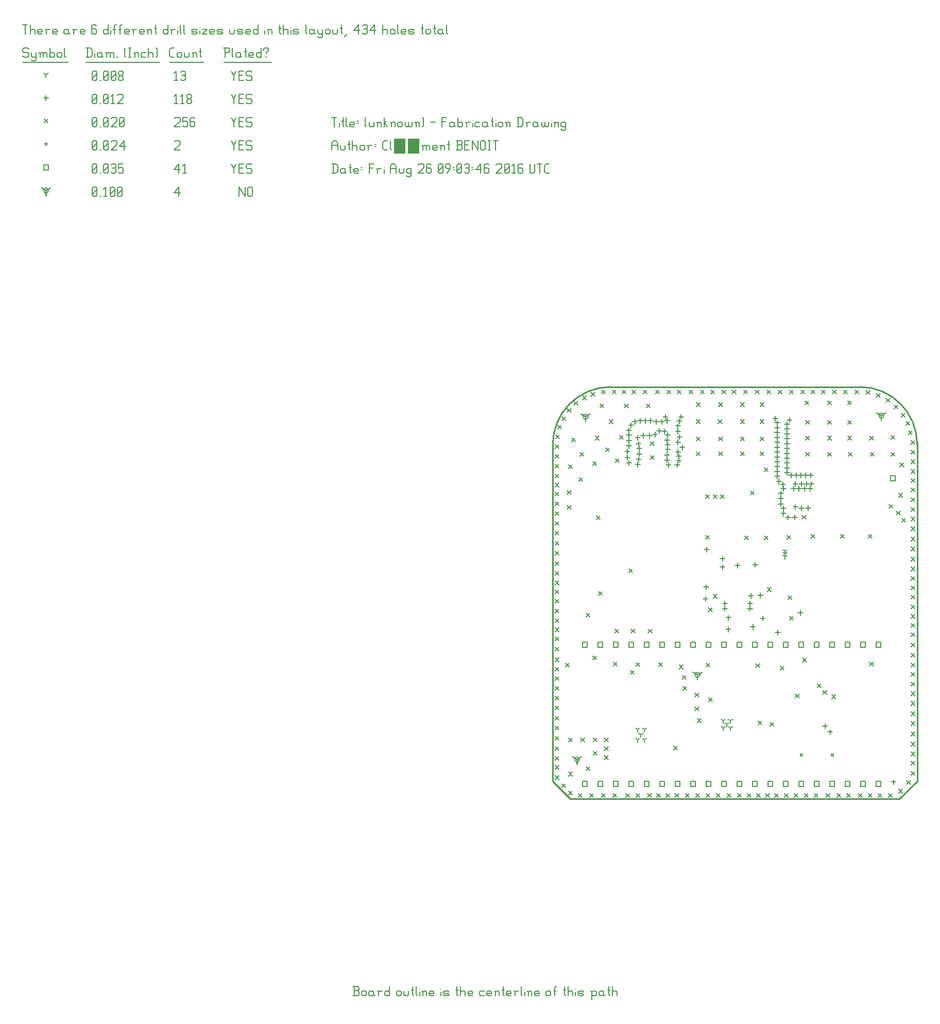
<source format=gbr>
G04 start of page 13 for group -3984 idx -3984 *
G04 Title: (unknown), fab *
G04 Creator: pcb 20140316 *
G04 CreationDate: Fri Aug 26 09:03:46 2016 UTC *
G04 For: clemi *
G04 Format: Gerber/RS-274X *
G04 PCB-Dimensions (mil): 6000.00 5000.00 *
G04 PCB-Coordinate-Origin: lower left *
%MOIN*%
%FSLAX25Y25*%
%LNFAB*%
%ADD172C,0.0100*%
%ADD171C,0.0075*%
%ADD170C,0.0060*%
%ADD169C,0.0001*%
%ADD168R,0.0080X0.0080*%
G54D168*X555512Y365748D02*Y362548D01*
G54D169*G36*
X554965Y365895D02*X558432Y367894D01*
X558832Y367201D01*
X555365Y365202D01*
X554965Y365895D01*
G37*
G36*
X555658Y365202D02*X552192Y367201D01*
X552592Y367894D01*
X556058Y365895D01*
X555658Y365202D01*
G37*
G54D168*X553912Y365748D02*G75*G03X557112Y365748I1600J0D01*G01*
G75*G03X553912Y365748I-1600J0D01*G01*
X364173Y364961D02*Y361761D01*
G54D169*G36*
X363627Y365107D02*X367093Y367107D01*
X367493Y366414D01*
X364027Y364414D01*
X363627Y365107D01*
G37*
G36*
X364320Y364414D02*X360854Y366414D01*
X361253Y367107D01*
X364720Y365107D01*
X364320Y364414D01*
G37*
G54D168*X362573Y364961D02*G75*G03X365773Y364961I1600J0D01*G01*
G75*G03X362573Y364961I-1600J0D01*G01*
X436614Y198031D02*Y194831D01*
G54D169*G36*
X436068Y198178D02*X439534Y200178D01*
X439934Y199485D01*
X436468Y197485D01*
X436068Y198178D01*
G37*
G36*
X436761Y197485D02*X433294Y199485D01*
X433694Y200178D01*
X437161Y198178D01*
X436761Y197485D01*
G37*
G54D168*X435014Y198031D02*G75*G03X438214Y198031I1600J0D01*G01*
G75*G03X435014Y198031I-1600J0D01*G01*
X358661Y143307D02*Y140107D01*
G54D169*G36*
X358115Y143454D02*X361581Y145453D01*
X361981Y144761D01*
X358515Y142761D01*
X358115Y143454D01*
G37*
G36*
X358808Y142761D02*X355342Y144761D01*
X355742Y145453D01*
X359208Y143454D01*
X358808Y142761D01*
G37*
G54D168*X357061Y143307D02*G75*G03X360261Y143307I1600J0D01*G01*
G75*G03X357061Y143307I-1600J0D01*G01*
X15000Y511250D02*Y508050D01*
G54D169*G36*
X14454Y511397D02*X17920Y513396D01*
X18320Y512703D01*
X14853Y510704D01*
X14454Y511397D01*
G37*
G36*
X15147Y510704D02*X11680Y512703D01*
X12080Y513396D01*
X15546Y511397D01*
X15147Y510704D01*
G37*
G54D168*X13400Y511250D02*G75*G03X16600Y511250I1600J0D01*G01*
G75*G03X13400Y511250I-1600J0D01*G01*
G54D170*X140000Y513500D02*Y507500D01*
Y513500D02*X143750Y507500D01*
Y513500D02*Y507500D01*
X145550Y512750D02*Y508250D01*
Y512750D02*X146300Y513500D01*
X147800D01*
X148550Y512750D01*
Y508250D01*
X147800Y507500D02*X148550Y508250D01*
X146300Y507500D02*X147800D01*
X145550Y508250D02*X146300Y507500D01*
X98000Y509750D02*X101000Y513500D01*
X98000Y509750D02*X101750D01*
X101000Y513500D02*Y507500D01*
X45000Y508250D02*X45750Y507500D01*
X45000Y512750D02*Y508250D01*
Y512750D02*X45750Y513500D01*
X47250D01*
X48000Y512750D01*
Y508250D01*
X47250Y507500D02*X48000Y508250D01*
X45750Y507500D02*X47250D01*
X45000Y509000D02*X48000Y512000D01*
X49800Y507500D02*X50550D01*
X52350Y512300D02*X53550Y513500D01*
Y507500D01*
X52350D02*X54600D01*
X56400Y508250D02*X57150Y507500D01*
X56400Y512750D02*Y508250D01*
Y512750D02*X57150Y513500D01*
X58650D01*
X59400Y512750D01*
Y508250D01*
X58650Y507500D02*X59400Y508250D01*
X57150Y507500D02*X58650D01*
X56400Y509000D02*X59400Y512000D01*
X61200Y508250D02*X61950Y507500D01*
X61200Y512750D02*Y508250D01*
Y512750D02*X61950Y513500D01*
X63450D01*
X64200Y512750D01*
Y508250D01*
X63450Y507500D02*X64200Y508250D01*
X61950Y507500D02*X63450D01*
X61200Y509000D02*X64200Y512000D01*
X561392Y326797D02*X564592D01*
X561392D02*Y323597D01*
X564592D01*
Y326797D02*Y323597D01*
X362061Y129041D02*X365261D01*
X362061D02*Y125841D01*
X365261D01*
Y129041D02*Y125841D01*
X372061Y129041D02*X375261D01*
X372061D02*Y125841D01*
X375261D01*
Y129041D02*Y125841D01*
X382061Y129041D02*X385261D01*
X382061D02*Y125841D01*
X385261D01*
Y129041D02*Y125841D01*
X392061Y129041D02*X395261D01*
X392061D02*Y125841D01*
X395261D01*
Y129041D02*Y125841D01*
X402061Y129041D02*X405261D01*
X402061D02*Y125841D01*
X405261D01*
Y129041D02*Y125841D01*
X412061Y129041D02*X415261D01*
X412061D02*Y125841D01*
X415261D01*
Y129041D02*Y125841D01*
X422061Y129041D02*X425261D01*
X422061D02*Y125841D01*
X425261D01*
Y129041D02*Y125841D01*
X432061Y129041D02*X435261D01*
X432061D02*Y125841D01*
X435261D01*
Y129041D02*Y125841D01*
X442061Y129041D02*X445261D01*
X442061D02*Y125841D01*
X445261D01*
Y129041D02*Y125841D01*
X452061Y129041D02*X455261D01*
X452061D02*Y125841D01*
X455261D01*
Y129041D02*Y125841D01*
X462061Y129041D02*X465261D01*
X462061D02*Y125841D01*
X465261D01*
Y129041D02*Y125841D01*
X472061Y129041D02*X475261D01*
X472061D02*Y125841D01*
X475261D01*
Y129041D02*Y125841D01*
X482061Y129041D02*X485261D01*
X482061D02*Y125841D01*
X485261D01*
Y129041D02*Y125841D01*
X492061Y129041D02*X495261D01*
X492061D02*Y125841D01*
X495261D01*
Y129041D02*Y125841D01*
X502061Y129041D02*X505261D01*
X502061D02*Y125841D01*
X505261D01*
Y129041D02*Y125841D01*
X512061Y129041D02*X515261D01*
X512061D02*Y125841D01*
X515261D01*
Y129041D02*Y125841D01*
X522061Y129041D02*X525261D01*
X522061D02*Y125841D01*
X525261D01*
Y129041D02*Y125841D01*
X532061Y129041D02*X535261D01*
X532061D02*Y125841D01*
X535261D01*
Y129041D02*Y125841D01*
X542061Y129041D02*X545261D01*
X542061D02*Y125841D01*
X545261D01*
Y129041D02*Y125841D01*
X552061Y129041D02*X555261D01*
X552061D02*Y125841D01*
X555261D01*
Y129041D02*Y125841D01*
X552061Y219041D02*X555261D01*
X552061D02*Y215841D01*
X555261D01*
Y219041D02*Y215841D01*
X542061Y219041D02*X545261D01*
X542061D02*Y215841D01*
X545261D01*
Y219041D02*Y215841D01*
X532061Y219041D02*X535261D01*
X532061D02*Y215841D01*
X535261D01*
Y219041D02*Y215841D01*
X522061Y219041D02*X525261D01*
X522061D02*Y215841D01*
X525261D01*
Y219041D02*Y215841D01*
X512061Y219041D02*X515261D01*
X512061D02*Y215841D01*
X515261D01*
Y219041D02*Y215841D01*
X502061Y219041D02*X505261D01*
X502061D02*Y215841D01*
X505261D01*
Y219041D02*Y215841D01*
X492061Y219041D02*X495261D01*
X492061D02*Y215841D01*
X495261D01*
Y219041D02*Y215841D01*
X482061Y219041D02*X485261D01*
X482061D02*Y215841D01*
X485261D01*
Y219041D02*Y215841D01*
X472061Y219041D02*X475261D01*
X472061D02*Y215841D01*
X475261D01*
Y219041D02*Y215841D01*
X462061Y219041D02*X465261D01*
X462061D02*Y215841D01*
X465261D01*
Y219041D02*Y215841D01*
X452061Y219041D02*X455261D01*
X452061D02*Y215841D01*
X455261D01*
Y219041D02*Y215841D01*
X442061Y219041D02*X445261D01*
X442061D02*Y215841D01*
X445261D01*
Y219041D02*Y215841D01*
X432061Y219041D02*X435261D01*
X432061D02*Y215841D01*
X435261D01*
Y219041D02*Y215841D01*
X422061Y219041D02*X425261D01*
X422061D02*Y215841D01*
X425261D01*
Y219041D02*Y215841D01*
X412061Y219041D02*X415261D01*
X412061D02*Y215841D01*
X415261D01*
Y219041D02*Y215841D01*
X402061Y219041D02*X405261D01*
X402061D02*Y215841D01*
X405261D01*
Y219041D02*Y215841D01*
X392061Y219041D02*X395261D01*
X392061D02*Y215841D01*
X395261D01*
Y219041D02*Y215841D01*
X382061Y219041D02*X385261D01*
X382061D02*Y215841D01*
X385261D01*
Y219041D02*Y215841D01*
X372061Y219041D02*X375261D01*
X372061D02*Y215841D01*
X375261D01*
Y219041D02*Y215841D01*
X362061Y219041D02*X365261D01*
X362061D02*Y215841D01*
X365261D01*
Y219041D02*Y215841D01*
X13400Y527850D02*X16600D01*
X13400D02*Y524650D01*
X16600D01*
Y527850D02*Y524650D01*
X135000Y528500D02*X136500Y525500D01*
X138000Y528500D01*
X136500Y525500D02*Y522500D01*
X139800Y525800D02*X142050D01*
X139800Y522500D02*X142800D01*
X139800Y528500D02*Y522500D01*
Y528500D02*X142800D01*
X147600D02*X148350Y527750D01*
X145350Y528500D02*X147600D01*
X144600Y527750D02*X145350Y528500D01*
X144600Y527750D02*Y526250D01*
X145350Y525500D01*
X147600D01*
X148350Y524750D01*
Y523250D01*
X147600Y522500D02*X148350Y523250D01*
X145350Y522500D02*X147600D01*
X144600Y523250D02*X145350Y522500D01*
X98000Y524750D02*X101000Y528500D01*
X98000Y524750D02*X101750D01*
X101000Y528500D02*Y522500D01*
X103550Y527300D02*X104750Y528500D01*
Y522500D01*
X103550D02*X105800D01*
X45000Y523250D02*X45750Y522500D01*
X45000Y527750D02*Y523250D01*
Y527750D02*X45750Y528500D01*
X47250D01*
X48000Y527750D01*
Y523250D01*
X47250Y522500D02*X48000Y523250D01*
X45750Y522500D02*X47250D01*
X45000Y524000D02*X48000Y527000D01*
X49800Y522500D02*X50550D01*
X52350Y523250D02*X53100Y522500D01*
X52350Y527750D02*Y523250D01*
Y527750D02*X53100Y528500D01*
X54600D01*
X55350Y527750D01*
Y523250D01*
X54600Y522500D02*X55350Y523250D01*
X53100Y522500D02*X54600D01*
X52350Y524000D02*X55350Y527000D01*
X57150Y527750D02*X57900Y528500D01*
X59400D01*
X60150Y527750D01*
X59400Y522500D02*X60150Y523250D01*
X57900Y522500D02*X59400D01*
X57150Y523250D02*X57900Y522500D01*
Y525800D02*X59400D01*
X60150Y527750D02*Y526550D01*
Y525050D02*Y523250D01*
Y525050D02*X59400Y525800D01*
X60150Y526550D02*X59400Y525800D01*
X61950Y528500D02*X64950D01*
X61950D02*Y525500D01*
X62700Y526250D01*
X64200D01*
X64950Y525500D01*
Y523250D01*
X64200Y522500D02*X64950Y523250D01*
X62700Y522500D02*X64200D01*
X61950Y523250D02*X62700Y522500D01*
X523149Y146213D02*G75*G03X524749Y146213I800J0D01*G01*
G75*G03X523149Y146213I-800J0D01*G01*
X503070D02*G75*G03X504670Y146213I800J0D01*G01*
G75*G03X503070Y146213I-800J0D01*G01*
X14200Y541250D02*G75*G03X15800Y541250I800J0D01*G01*
G75*G03X14200Y541250I-800J0D01*G01*
X135000Y543500D02*X136500Y540500D01*
X138000Y543500D01*
X136500Y540500D02*Y537500D01*
X139800Y540800D02*X142050D01*
X139800Y537500D02*X142800D01*
X139800Y543500D02*Y537500D01*
Y543500D02*X142800D01*
X147600D02*X148350Y542750D01*
X145350Y543500D02*X147600D01*
X144600Y542750D02*X145350Y543500D01*
X144600Y542750D02*Y541250D01*
X145350Y540500D01*
X147600D01*
X148350Y539750D01*
Y538250D01*
X147600Y537500D02*X148350Y538250D01*
X145350Y537500D02*X147600D01*
X144600Y538250D02*X145350Y537500D01*
X98000Y542750D02*X98750Y543500D01*
X101000D01*
X101750Y542750D01*
Y541250D01*
X98000Y537500D02*X101750Y541250D01*
X98000Y537500D02*X101750D01*
X45000Y538250D02*X45750Y537500D01*
X45000Y542750D02*Y538250D01*
Y542750D02*X45750Y543500D01*
X47250D01*
X48000Y542750D01*
Y538250D01*
X47250Y537500D02*X48000Y538250D01*
X45750Y537500D02*X47250D01*
X45000Y539000D02*X48000Y542000D01*
X49800Y537500D02*X50550D01*
X52350Y538250D02*X53100Y537500D01*
X52350Y542750D02*Y538250D01*
Y542750D02*X53100Y543500D01*
X54600D01*
X55350Y542750D01*
Y538250D01*
X54600Y537500D02*X55350Y538250D01*
X53100Y537500D02*X54600D01*
X52350Y539000D02*X55350Y542000D01*
X57150Y542750D02*X57900Y543500D01*
X60150D01*
X60900Y542750D01*
Y541250D01*
X57150Y537500D02*X60900Y541250D01*
X57150Y537500D02*X60900D01*
X62700Y539750D02*X65700Y543500D01*
X62700Y539750D02*X66450D01*
X65700Y543500D02*Y537500D01*
X495257Y249231D02*X497657Y246831D01*
X495257D02*X497657Y249231D01*
X496044Y235846D02*X498444Y233446D01*
X496044D02*X498444Y235846D01*
X481871Y254350D02*X484271Y251950D01*
X481871D02*X484271Y254350D01*
X446831Y250019D02*X449231Y247619D01*
X446831D02*X449231Y250019D01*
X574784Y349625D02*X577184Y347225D01*
X574784D02*X577184Y349625D01*
X574784Y135452D02*X577184Y133052D01*
X574784D02*X577184Y135452D01*
X574784Y142145D02*X577184Y139745D01*
X574784D02*X577184Y142145D01*
X574784Y148050D02*X577184Y145650D01*
X574784D02*X577184Y148050D01*
X574784Y154350D02*X577184Y151950D01*
X574784D02*X577184Y154350D01*
X574784Y161043D02*X577184Y158643D01*
X574784D02*X577184Y161043D01*
X574784Y167735D02*X577184Y165335D01*
X574784D02*X577184Y167735D01*
X574784Y174035D02*X577184Y171635D01*
X574784D02*X577184Y174035D01*
X574784Y180728D02*X577184Y178328D01*
X574784D02*X577184Y180728D01*
X574784Y187027D02*X577184Y184627D01*
X574784D02*X577184Y187027D01*
X574784Y193326D02*X577184Y190926D01*
X574784D02*X577184Y193326D01*
X574784Y199625D02*X577184Y197225D01*
X574784D02*X577184Y199625D01*
X574784Y205531D02*X577184Y203131D01*
X574784D02*X577184Y205531D01*
X574784Y324822D02*X577184Y322422D01*
X574784D02*X577184Y324822D01*
X574784Y330728D02*X577184Y328328D01*
X574784D02*X577184Y330728D01*
X574784Y337027D02*X577184Y334627D01*
X574784D02*X577184Y337027D01*
X574784Y343326D02*X577184Y340926D01*
X574784D02*X577184Y343326D01*
X574784Y211830D02*X577184Y209430D01*
X574784D02*X577184Y211830D01*
X574784Y218523D02*X577184Y216123D01*
X574784D02*X577184Y218523D01*
X574784Y225216D02*X577184Y222816D01*
X574784D02*X577184Y225216D01*
X574784Y231121D02*X577184Y228721D01*
X574784D02*X577184Y231121D01*
X574784Y237027D02*X577184Y234627D01*
X574784D02*X577184Y237027D01*
X574784Y243326D02*X577184Y240926D01*
X574784D02*X577184Y243326D01*
X574784Y249625D02*X577184Y247225D01*
X574784D02*X577184Y249625D01*
X574784Y255531D02*X577184Y253131D01*
X574784D02*X577184Y255531D01*
X574784Y261436D02*X577184Y259036D01*
X574784D02*X577184Y261436D01*
X574784Y267735D02*X577184Y265335D01*
X574784D02*X577184Y267735D01*
X574784Y274035D02*X577184Y271635D01*
X574784D02*X577184Y274035D01*
X574784Y280728D02*X577184Y278328D01*
X574784D02*X577184Y280728D01*
X574784Y287027D02*X577184Y284627D01*
X574784D02*X577184Y287027D01*
X574784Y293720D02*X577184Y291320D01*
X574784D02*X577184Y293720D01*
X574784Y300019D02*X577184Y297619D01*
X574784D02*X577184Y300019D01*
X574784Y306318D02*X577184Y303918D01*
X574784D02*X577184Y306318D01*
X574784Y312617D02*X577184Y310217D01*
X574784D02*X577184Y312617D01*
X574784Y318917D02*X577184Y316517D01*
X574784D02*X577184Y318917D01*
X573209Y355924D02*X575609Y353524D01*
X573209D02*X575609Y355924D01*
X571635Y361830D02*X574035Y359430D01*
X571635D02*X574035Y361830D01*
X568485Y367342D02*X570885Y364942D01*
X568485D02*X570885Y367342D01*
X563761Y372460D02*X566161Y370060D01*
X563761D02*X566161Y372460D01*
X558643Y376791D02*X561043Y374391D01*
X558643D02*X561043Y376791D01*
X552343Y379940D02*X554743Y377540D01*
X552343D02*X554743Y379940D01*
X545650Y381909D02*X548050Y379509D01*
X545650D02*X548050Y381909D01*
X344469Y346869D02*X346869Y344469D01*
X344469D02*X346869Y346869D01*
X359430Y121279D02*X361830Y118879D01*
X359430D02*X361830Y121279D01*
X344469Y132696D02*X346869Y130296D01*
X344469D02*X346869Y132696D01*
X344469Y139389D02*X346869Y136989D01*
X344469D02*X346869Y139389D01*
X344469Y145294D02*X346869Y142894D01*
X344469D02*X346869Y145294D01*
X344469Y151594D02*X346869Y149194D01*
X344469D02*X346869Y151594D01*
X344469Y158287D02*X346869Y155887D01*
X344469D02*X346869Y158287D01*
X344469Y164980D02*X346869Y162580D01*
X344469D02*X346869Y164980D01*
X344469Y171279D02*X346869Y168879D01*
X344469D02*X346869Y171279D01*
X344469Y177972D02*X346869Y175572D01*
X344469D02*X346869Y177972D01*
X344469Y184271D02*X346869Y181871D01*
X344469D02*X346869Y184271D01*
X344469Y190570D02*X346869Y188170D01*
X344469D02*X346869Y190570D01*
X344469Y196869D02*X346869Y194469D01*
X344469D02*X346869Y196869D01*
X344469Y202775D02*X346869Y200375D01*
X344469D02*X346869Y202775D01*
X387776Y382302D02*X390176Y379902D01*
X387776D02*X390176Y382302D01*
X352343Y370098D02*X354743Y367698D01*
X352343D02*X354743Y370098D01*
X356674Y374822D02*X359074Y372422D01*
X356674D02*X359074Y374822D01*
X362186Y378365D02*X364586Y375965D01*
X362186D02*X364586Y378365D01*
X367698Y380728D02*X370098Y378328D01*
X367698D02*X370098Y380728D01*
X374391Y382302D02*X376791Y379902D01*
X374391D02*X376791Y382302D01*
X381477D02*X383877Y379902D01*
X381477D02*X383877Y382302D01*
X344469Y322066D02*X346869Y319666D01*
X344469D02*X346869Y322066D01*
X344469Y327972D02*X346869Y325572D01*
X344469D02*X346869Y327972D01*
X344469Y334271D02*X346869Y331871D01*
X344469D02*X346869Y334271D01*
X344469Y340570D02*X346869Y338170D01*
X344469D02*X346869Y340570D01*
X344863Y353169D02*X347263Y350769D01*
X344863D02*X347263Y353169D01*
X346044Y359468D02*X348444Y357068D01*
X346044D02*X348444Y359468D01*
X348800Y364980D02*X351200Y362580D01*
X348800D02*X351200Y364980D01*
X344469Y209074D02*X346869Y206674D01*
X344469D02*X346869Y209074D01*
X344469Y215767D02*X346869Y213367D01*
X344469D02*X346869Y215767D01*
X344469Y222460D02*X346869Y220060D01*
X344469D02*X346869Y222460D01*
X344469Y228365D02*X346869Y225965D01*
X344469D02*X346869Y228365D01*
X344469Y234271D02*X346869Y231871D01*
X344469D02*X346869Y234271D01*
X344469Y240570D02*X346869Y238170D01*
X344469D02*X346869Y240570D01*
X344469Y246869D02*X346869Y244469D01*
X344469D02*X346869Y246869D01*
X344469Y252775D02*X346869Y250375D01*
X344469D02*X346869Y252775D01*
X344469Y258680D02*X346869Y256280D01*
X344469D02*X346869Y258680D01*
X344469Y264980D02*X346869Y262580D01*
X344469D02*X346869Y264980D01*
X344469Y271279D02*X346869Y268879D01*
X344469D02*X346869Y271279D01*
X344469Y277972D02*X346869Y275572D01*
X344469D02*X346869Y277972D01*
X344469Y284271D02*X346869Y281871D01*
X344469D02*X346869Y284271D01*
X344469Y290964D02*X346869Y288564D01*
X344469D02*X346869Y290964D01*
X344469Y297263D02*X346869Y294863D01*
X344469D02*X346869Y297263D01*
X344469Y303562D02*X346869Y301162D01*
X344469D02*X346869Y303562D01*
X344469Y309861D02*X346869Y307461D01*
X344469D02*X346869Y309861D01*
X344469Y316161D02*X346869Y313761D01*
X344469D02*X346869Y316161D01*
X572028Y129546D02*X574428Y127146D01*
X572028D02*X574428Y129546D01*
X566910Y124035D02*X569310Y121635D01*
X566910D02*X569310Y124035D01*
X499194Y121279D02*X501594Y118879D01*
X499194D02*X501594Y121279D01*
X505887D02*X508287Y118879D01*
X505887D02*X508287Y121279D01*
X560217D02*X562617Y118879D01*
X560217D02*X562617Y121279D01*
X553524D02*X555924Y118879D01*
X553524D02*X555924Y121279D01*
X547225D02*X549625Y118879D01*
X547225D02*X549625Y121279D01*
X540926D02*X543326Y118879D01*
X540926D02*X543326Y121279D01*
X533052D02*X535452Y118879D01*
X533052D02*X535452Y121279D01*
X526753D02*X529153Y118879D01*
X526753D02*X529153Y121279D01*
X519666D02*X522066Y118879D01*
X519666D02*X522066Y121279D01*
X512186D02*X514586Y118879D01*
X512186D02*X514586Y121279D01*
X492894D02*X495294Y118879D01*
X492894D02*X495294Y121279D01*
X486595D02*X488995Y118879D01*
X486595D02*X488995Y121279D01*
X480690D02*X483090Y118879D01*
X480690D02*X483090Y121279D01*
X474784D02*X477184Y118879D01*
X474784D02*X477184Y121279D01*
X468879D02*X471279Y118879D01*
X468879D02*X471279Y121279D01*
X462580D02*X464980Y118879D01*
X462580D02*X464980Y121279D01*
X455887D02*X458287Y118879D01*
X455887D02*X458287Y121279D01*
X448800D02*X451200Y118879D01*
X448800D02*X451200Y121279D01*
X442107D02*X444507Y118879D01*
X442107D02*X444507Y121279D01*
X435414D02*X437814Y118879D01*
X435414D02*X437814Y121279D01*
X428721D02*X431121Y118879D01*
X428721D02*X431121Y121279D01*
X422028D02*X424428Y118879D01*
X422028D02*X424428Y121279D01*
X416123D02*X418523Y118879D01*
X416123D02*X418523Y121279D01*
X410217D02*X412617Y118879D01*
X410217D02*X412617Y121279D01*
X404312D02*X406712Y118879D01*
X404312D02*X406712Y121279D01*
X396831D02*X399231Y118879D01*
X396831D02*X399231Y121279D01*
X390139D02*X392539Y118879D01*
X390139D02*X392539Y121279D01*
X381871D02*X384271Y118879D01*
X381871D02*X384271Y121279D01*
X374391D02*X376791Y118879D01*
X374391D02*X376791Y121279D01*
X366910D02*X369310Y118879D01*
X366910D02*X369310Y121279D01*
X353131Y122854D02*X355531Y120454D01*
X353131D02*X355531Y122854D01*
X348800Y127578D02*X351200Y125178D01*
X348800D02*X351200Y127578D01*
X394076Y382302D02*X396476Y379902D01*
X394076D02*X396476Y382302D01*
X401556D02*X403956Y379902D01*
X401556D02*X403956Y382302D01*
X409430D02*X411830Y379902D01*
X409430D02*X411830Y382302D01*
X416910D02*X419310Y379902D01*
X416910D02*X419310Y382302D01*
X423603D02*X426003Y379902D01*
X423603D02*X426003Y382302D01*
X431083D02*X433483Y379902D01*
X431083D02*X433483Y382302D01*
X438564D02*X440964Y379902D01*
X438564D02*X440964Y382302D01*
X445257D02*X447657Y379902D01*
X445257D02*X447657Y382302D01*
X452343D02*X454743Y379902D01*
X452343D02*X454743Y382302D01*
X459036D02*X461436Y379902D01*
X459036D02*X461436Y382302D01*
X466517D02*X468917Y379902D01*
X466517D02*X468917Y382302D01*
X473997D02*X476397Y379902D01*
X473997D02*X476397Y382302D01*
X481477D02*X483877Y379902D01*
X481477D02*X483877Y382302D01*
X488957D02*X491357Y379902D01*
X488957D02*X491357Y382302D01*
X496044D02*X498444Y379902D01*
X496044D02*X498444Y382302D01*
X503524D02*X505924Y379902D01*
X503524D02*X505924Y382302D01*
X510217D02*X512617Y379902D01*
X510217D02*X512617Y382302D01*
X516910D02*X519310Y379902D01*
X516910D02*X519310Y382302D01*
X523997D02*X526397Y379902D01*
X523997D02*X526397Y382302D01*
X531083D02*X533483Y379902D01*
X531083D02*X533483Y382302D01*
X538564D02*X540964Y379902D01*
X538564D02*X540964Y382302D01*
X514154Y192145D02*X516554Y189745D01*
X514154D02*X516554Y192145D01*
X523603Y185058D02*X526003Y182658D01*
X523603D02*X526003Y185058D01*
X517698Y187814D02*X520098Y185414D01*
X517698D02*X520098Y187814D01*
X443870Y183086D02*X446270Y180686D01*
X443870D02*X446270Y183086D01*
X548013Y206318D02*X550413Y203918D01*
X548013D02*X550413Y206318D01*
X504706Y208680D02*X507106Y206280D01*
X504706D02*X507106Y208680D01*
X499981Y185452D02*X502381Y183052D01*
X499981D02*X502381Y185452D01*
X371241Y300806D02*X373641Y298406D01*
X371241D02*X373641Y300806D01*
X372422Y251987D02*X374822Y249587D01*
X372422D02*X374822Y251987D01*
X392107Y266554D02*X394507Y264154D01*
X392107D02*X394507Y266554D01*
X560611Y308287D02*X563011Y305887D01*
X560611D02*X563011Y308287D01*
X565335Y303956D02*X567735Y301556D01*
X565335D02*X567735Y303956D01*
X568879Y299231D02*X571279Y296831D01*
X568879D02*X571279Y299231D01*
X393288Y200806D02*X395688Y198406D01*
X393288D02*X395688Y200806D01*
X421241Y151987D02*X423641Y149587D01*
X421241D02*X423641Y151987D01*
X443682Y241357D02*X446082Y238957D01*
X443682D02*X446082Y241357D01*
X474370Y205086D02*X476770Y202686D01*
X474370D02*X476770Y205086D01*
X364548Y237814D02*X366948Y235414D01*
X364548D02*X366948Y237814D01*
X451556Y314586D02*X453956Y312186D01*
X451556D02*X453956Y314586D01*
X446831D02*X449231Y312186D01*
X446831D02*X449231Y314586D01*
X441713D02*X444113Y312186D01*
X441713D02*X444113Y314586D01*
X368879Y210255D02*X371279Y207855D01*
X368879D02*X371279Y210255D01*
X382265Y206318D02*X384665Y203918D01*
X382265D02*X384665Y206318D01*
X396831Y205924D02*X399231Y203524D01*
X396831D02*X399231Y205924D01*
X353131Y157106D02*X355531Y154706D01*
X353131D02*X355531Y157106D01*
X361005D02*X363405Y154706D01*
X361005D02*X363405Y157106D01*
X369272D02*X371672Y154706D01*
X369272D02*X371672Y157106D01*
X376359D02*X378759Y154706D01*
X376359D02*X378759Y157106D01*
X376359Y151594D02*X378759Y149194D01*
X376359D02*X378759Y151594D01*
X376359Y145688D02*X378759Y143288D01*
X376359D02*X378759Y145688D01*
X435020Y177184D02*X437420Y174784D01*
X435020D02*X437420Y177184D01*
X475965Y168129D02*X478365Y165729D01*
X475965D02*X478365Y168129D01*
X483446Y167342D02*X485846Y164942D01*
X483446D02*X485846Y167342D01*
X490139Y203562D02*X492539Y201162D01*
X490139D02*X492539Y203562D01*
X352343Y317342D02*X354743Y314942D01*
X352343D02*X354743Y317342D01*
X359824Y325609D02*X362224Y323209D01*
X359824D02*X362224Y325609D01*
X353131Y333877D02*X355531Y331477D01*
X353131D02*X355531Y333877D01*
X368879Y335846D02*X371279Y333446D01*
X368879D02*X371279Y335846D01*
X355099Y351200D02*X357499Y348800D01*
X355099D02*X357499Y351200D01*
X360611Y341751D02*X363011Y339351D01*
X360611D02*X363011Y341751D01*
X377146Y344901D02*X379546Y342501D01*
X377146D02*X379546Y344901D01*
X370454Y352381D02*X372854Y349981D01*
X370454D02*X372854Y352381D01*
X379509Y363011D02*X381909Y360611D01*
X379509D02*X381909Y363011D01*
X389351Y373247D02*X391751Y370847D01*
X389351D02*X391751Y373247D01*
X373603D02*X376003Y370847D01*
X373603D02*X376003Y373247D01*
X386202Y352775D02*X388602Y350375D01*
X386202D02*X388602Y352775D01*
X403524Y373247D02*X405924Y370847D01*
X403524D02*X405924Y373247D01*
X435808Y374035D02*X438208Y371635D01*
X435808D02*X438208Y374035D01*
X450375D02*X452775Y371635D01*
X450375D02*X452775Y374035D01*
X464548D02*X466948Y371635D01*
X464548D02*X466948Y374035D01*
X477146D02*X479546Y371635D01*
X477146D02*X479546Y374035D01*
X435808Y363011D02*X438208Y360611D01*
X435808D02*X438208Y363011D01*
X449981D02*X452381Y360611D01*
X449981D02*X452381Y363011D01*
X464548D02*X466948Y360611D01*
X464548D02*X466948Y363011D01*
X477146D02*X479546Y360611D01*
X477146D02*X479546Y363011D01*
X477146Y351987D02*X479546Y349587D01*
X477146D02*X479546Y351987D01*
X464548D02*X466948Y349587D01*
X464548D02*X466948Y351987D01*
X450375D02*X452775Y349587D01*
X450375D02*X452775Y351987D01*
X435808D02*X438208Y349587D01*
X435808D02*X438208Y351987D01*
X435808Y342145D02*X438208Y339745D01*
X435808D02*X438208Y342145D01*
X450375D02*X452775Y339745D01*
X450375D02*X452775Y342145D01*
X464548D02*X466948Y339745D01*
X464548D02*X466948Y342145D01*
X477146D02*X479546Y339745D01*
X477146D02*X479546Y342145D01*
X479902Y331909D02*X482302Y329509D01*
X479902D02*X482302Y331909D01*
X406280Y348838D02*X408680Y346438D01*
X406280D02*X408680Y348838D01*
X406280Y339783D02*X408680Y337383D01*
X406280D02*X408680Y339783D01*
X506280Y375216D02*X508680Y372816D01*
X506280D02*X508680Y375216D01*
X506674Y352381D02*X509074Y349981D01*
X506674D02*X509074Y352381D01*
X506674Y341751D02*X509074Y339351D01*
X506674D02*X509074Y341751D01*
X520847D02*X523247Y339351D01*
X520847D02*X523247Y341751D01*
X520847Y352381D02*X523247Y349981D01*
X520847D02*X523247Y352381D01*
X520847Y362617D02*X523247Y360217D01*
X520847D02*X523247Y362617D01*
X520847Y375216D02*X523247Y372816D01*
X520847D02*X523247Y375216D01*
X534233Y341751D02*X536633Y339351D01*
X534233D02*X536633Y341751D01*
X533839Y352381D02*X536239Y349981D01*
X533839D02*X536239Y352381D01*
X533839Y362617D02*X536239Y360217D01*
X533839D02*X536239Y362617D01*
X533839Y375216D02*X536239Y372816D01*
X533839D02*X536239Y375216D01*
X548406Y341751D02*X550806Y339351D01*
X548406D02*X550806Y341751D01*
X548013Y352381D02*X550413Y349981D01*
X548013D02*X550413Y352381D01*
X561792Y341751D02*X564192Y339351D01*
X561792D02*X564192Y341751D01*
X561792Y352775D02*X564192Y350375D01*
X561792D02*X564192Y352775D01*
X506674Y362617D02*X509074Y360217D01*
X506674D02*X509074Y362617D01*
X467304Y287814D02*X469704Y285414D01*
X467304D02*X469704Y287814D01*
X479902D02*X482302Y285414D01*
X479902D02*X482302Y287814D01*
X494469Y288208D02*X496869Y285808D01*
X494469D02*X496869Y288208D01*
X510217Y288995D02*X512617Y286595D01*
X510217D02*X512617Y288995D01*
X529115D02*X531515Y286595D01*
X529115D02*X531515Y288995D01*
X547225D02*X549625Y286595D01*
X547225D02*X549625Y288995D01*
X369272Y148444D02*X371672Y146044D01*
X369272D02*X371672Y148444D01*
X353131Y135058D02*X355531Y132658D01*
X353131D02*X355531Y135058D01*
X383052Y227578D02*X385452Y225178D01*
X383052D02*X385452Y227578D01*
X393682D02*X396082Y225178D01*
X393682D02*X396082Y227578D01*
X404706D02*X407106Y225178D01*
X404706D02*X407106Y227578D01*
X352343Y307499D02*X354743Y305099D01*
X352343D02*X354743Y307499D01*
X470847Y316948D02*X473247Y314548D01*
X470847D02*X473247Y316948D01*
X504312Y301200D02*X506712Y298800D01*
X504312D02*X506712Y301200D01*
X566910Y315373D02*X569310Y312973D01*
X566910D02*X569310Y315373D01*
X567698Y335058D02*X570098Y332658D01*
X567698D02*X570098Y335058D01*
X351162Y205531D02*X353562Y203131D01*
X351162D02*X353562Y205531D01*
X442107D02*X444507Y203131D01*
X442107D02*X444507Y205531D01*
X411398Y205924D02*X413798Y203524D01*
X411398D02*X413798Y205924D01*
X424784Y204350D02*X427184Y201950D01*
X424784D02*X427184Y204350D01*
X436595Y169704D02*X438995Y167304D01*
X436595D02*X438995Y169704D01*
X435020Y186239D02*X437420Y183839D01*
X435020D02*X437420Y186239D01*
X427146Y190570D02*X429546Y188170D01*
X427146D02*X429546Y190570D01*
X426753Y197657D02*X429153Y195257D01*
X426753D02*X429153Y197657D01*
X364548Y138602D02*X366948Y136202D01*
X364548D02*X366948Y138602D01*
X441713Y288208D02*X444113Y285808D01*
X441713D02*X444113Y288208D01*
X383446Y337814D02*X385846Y335414D01*
X383446D02*X385846Y337814D01*
X13800Y557450D02*X16200Y555050D01*
X13800D02*X16200Y557450D01*
X135000Y558500D02*X136500Y555500D01*
X138000Y558500D01*
X136500Y555500D02*Y552500D01*
X139800Y555800D02*X142050D01*
X139800Y552500D02*X142800D01*
X139800Y558500D02*Y552500D01*
Y558500D02*X142800D01*
X147600D02*X148350Y557750D01*
X145350Y558500D02*X147600D01*
X144600Y557750D02*X145350Y558500D01*
X144600Y557750D02*Y556250D01*
X145350Y555500D01*
X147600D01*
X148350Y554750D01*
Y553250D01*
X147600Y552500D02*X148350Y553250D01*
X145350Y552500D02*X147600D01*
X144600Y553250D02*X145350Y552500D01*
X98000Y557750D02*X98750Y558500D01*
X101000D01*
X101750Y557750D01*
Y556250D01*
X98000Y552500D02*X101750Y556250D01*
X98000Y552500D02*X101750D01*
X103550Y558500D02*X106550D01*
X103550D02*Y555500D01*
X104300Y556250D01*
X105800D01*
X106550Y555500D01*
Y553250D01*
X105800Y552500D02*X106550Y553250D01*
X104300Y552500D02*X105800D01*
X103550Y553250D02*X104300Y552500D01*
X110600Y558500D02*X111350Y557750D01*
X109100Y558500D02*X110600D01*
X108350Y557750D02*X109100Y558500D01*
X108350Y557750D02*Y553250D01*
X109100Y552500D01*
X110600Y555800D02*X111350Y555050D01*
X108350Y555800D02*X110600D01*
X109100Y552500D02*X110600D01*
X111350Y553250D01*
Y555050D02*Y553250D01*
X45000D02*X45750Y552500D01*
X45000Y557750D02*Y553250D01*
Y557750D02*X45750Y558500D01*
X47250D01*
X48000Y557750D01*
Y553250D01*
X47250Y552500D02*X48000Y553250D01*
X45750Y552500D02*X47250D01*
X45000Y554000D02*X48000Y557000D01*
X49800Y552500D02*X50550D01*
X52350Y553250D02*X53100Y552500D01*
X52350Y557750D02*Y553250D01*
Y557750D02*X53100Y558500D01*
X54600D01*
X55350Y557750D01*
Y553250D01*
X54600Y552500D02*X55350Y553250D01*
X53100Y552500D02*X54600D01*
X52350Y554000D02*X55350Y557000D01*
X57150Y557750D02*X57900Y558500D01*
X60150D01*
X60900Y557750D01*
Y556250D01*
X57150Y552500D02*X60900Y556250D01*
X57150Y552500D02*X60900D01*
X62700Y553250D02*X63450Y552500D01*
X62700Y557750D02*Y553250D01*
Y557750D02*X63450Y558500D01*
X64950D01*
X65700Y557750D01*
Y553250D01*
X64950Y552500D02*X65700Y553250D01*
X63450Y552500D02*X64950D01*
X62700Y554000D02*X65700Y557000D01*
X456693Y229159D02*Y225959D01*
X455093Y227559D02*X458293D01*
X456693Y236639D02*Y233439D01*
X455093Y235039D02*X458293D01*
X416929Y351600D02*Y348400D01*
X415329Y350000D02*X418529D01*
X424803Y353569D02*Y350369D01*
X423203Y351969D02*X426403D01*
X416929Y364198D02*Y360998D01*
X415329Y362598D02*X418529D01*
X415748Y366561D02*Y363361D01*
X414148Y364961D02*X417348D01*
X425984Y366561D02*Y363361D01*
X424384Y364961D02*X427584D01*
X424803Y363805D02*Y360605D01*
X423203Y362205D02*X426403D01*
X424016Y343726D02*Y340526D01*
X422416Y342126D02*X425616D01*
X424016Y360655D02*Y357455D01*
X422416Y359055D02*X425616D01*
X424016Y357112D02*Y353912D01*
X422416Y355512D02*X425616D01*
X426772Y346876D02*Y343676D01*
X425172Y345276D02*X428372D01*
X424016Y350025D02*Y346825D01*
X422416Y348425D02*X425616D01*
X424409Y340970D02*Y337770D01*
X422809Y339370D02*X426009D01*
X424409Y338214D02*Y335014D01*
X422809Y336614D02*X426009D01*
X423622Y335458D02*Y332258D01*
X422022Y333858D02*X425222D01*
X417323Y354750D02*Y351550D01*
X415723Y353150D02*X418923D01*
X417323Y348450D02*Y345250D01*
X415723Y346850D02*X418923D01*
X417323Y345301D02*Y342101D01*
X415723Y343701D02*X418923D01*
X416929Y341757D02*Y338557D01*
X415329Y340157D02*X418529D01*
X416929Y338608D02*Y335408D01*
X415329Y337008D02*X418529D01*
X417717Y335458D02*Y332258D01*
X416117Y333858D02*X419317D01*
X498819Y320104D02*Y316904D01*
X497219Y318504D02*X500419D01*
X500000Y323254D02*Y320054D01*
X498400Y321654D02*X501600D01*
X503937Y323254D02*Y320054D01*
X502337Y321654D02*X505537D01*
X507087Y323254D02*Y320054D01*
X505487Y321654D02*X508687D01*
X510236Y323254D02*Y320054D01*
X508636Y321654D02*X511836D01*
X509843Y328765D02*Y325565D01*
X508243Y327165D02*X511443D01*
X506693Y328765D02*Y325565D01*
X505093Y327165D02*X508293D01*
X503543Y328765D02*Y325565D01*
X501943Y327165D02*X505143D01*
X500394Y328765D02*Y325565D01*
X498794Y327165D02*X501994D01*
X497244Y328765D02*Y325565D01*
X495644Y327165D02*X498844D01*
X494488Y330340D02*Y327140D01*
X492888Y328740D02*X496088D01*
X491732Y322860D02*Y319660D01*
X490132Y321260D02*X493332D01*
X489370Y324828D02*Y321628D01*
X487770Y323228D02*X490970D01*
X488189Y327978D02*Y324778D01*
X486589Y326378D02*X489789D01*
X488189Y331128D02*Y327928D01*
X486589Y329528D02*X489789D01*
X496063Y364592D02*Y361392D01*
X494463Y362992D02*X497663D01*
X494488Y361836D02*Y358636D01*
X492888Y360236D02*X496088D01*
X494488Y358687D02*Y355487D01*
X492888Y357087D02*X496088D01*
X494488Y355537D02*Y352337D01*
X492888Y353937D02*X496088D01*
X494488Y352387D02*Y349187D01*
X492888Y350787D02*X496088D01*
X494488Y349238D02*Y346038D01*
X492888Y347638D02*X496088D01*
X494488Y346088D02*Y342888D01*
X492888Y344488D02*X496088D01*
X494488Y342939D02*Y339739D01*
X492888Y341339D02*X496088D01*
X494488Y339789D02*Y336589D01*
X492888Y338189D02*X496088D01*
X494488Y336639D02*Y333439D01*
X492888Y335039D02*X496088D01*
X494488Y333490D02*Y330290D01*
X492888Y331890D02*X496088D01*
X488189Y334277D02*Y331077D01*
X486589Y332677D02*X489789D01*
X488189Y337427D02*Y334227D01*
X486589Y335827D02*X489789D01*
X488189Y340576D02*Y337376D01*
X486589Y338976D02*X489789D01*
X488189Y343726D02*Y340526D01*
X486589Y342126D02*X489789D01*
X488189Y346876D02*Y343676D01*
X486589Y345276D02*X489789D01*
X488189Y350025D02*Y346825D01*
X486589Y348425D02*X489789D01*
X488189Y353175D02*Y349975D01*
X486589Y351575D02*X489789D01*
X488189Y356324D02*Y353124D01*
X486589Y354724D02*X489789D01*
X488189Y359474D02*Y356274D01*
X486589Y357874D02*X489789D01*
X488189Y362624D02*Y359424D01*
X486589Y361024D02*X489789D01*
X487008Y365380D02*Y362180D01*
X485408Y363780D02*X488608D01*
X474016Y270891D02*Y267691D01*
X472416Y269291D02*X475616D01*
X462598Y270498D02*Y267298D01*
X460998Y268898D02*X464198D01*
X442520Y280734D02*Y277534D01*
X440920Y279134D02*X444120D01*
X452756Y274828D02*Y271628D01*
X451156Y273228D02*X454356D01*
X452756Y269317D02*Y266117D01*
X451156Y267717D02*X454356D01*
X454331Y242545D02*Y239345D01*
X452731Y240945D02*X455931D01*
X454331Y245694D02*Y242494D01*
X452731Y244094D02*X455931D01*
X470472Y242545D02*Y239345D01*
X468872Y240945D02*X472072D01*
X470472Y245694D02*Y242494D01*
X468872Y244094D02*X472072D01*
X519291Y166561D02*Y163361D01*
X517691Y164961D02*X520891D01*
X522441Y162624D02*Y159424D01*
X520841Y161024D02*X524041D01*
X492126Y320104D02*Y316904D01*
X490526Y318504D02*X493726D01*
X502362Y320104D02*Y316904D01*
X500762Y318504D02*X503962D01*
X490551Y316954D02*Y313754D01*
X488951Y315354D02*X492151D01*
X490551Y313805D02*Y310605D01*
X488951Y312205D02*X492151D01*
X490551Y310261D02*Y307061D01*
X488951Y308661D02*X492151D01*
X492126Y307506D02*Y304306D01*
X490526Y305906D02*X493726D01*
X492126Y303962D02*Y300762D01*
X490526Y302362D02*X493726D01*
X495276Y301600D02*Y298400D01*
X493676Y300000D02*X496876D01*
X500000Y308293D02*Y305093D01*
X498400Y306693D02*X501600D01*
X503937Y307506D02*Y304306D01*
X502337Y305906D02*X505537D01*
X508268Y307506D02*Y304306D01*
X506668Y305906D02*X509868D01*
X505906Y320104D02*Y316904D01*
X504306Y318504D02*X507506D01*
X509449Y320104D02*Y316904D01*
X507849Y318504D02*X511049D01*
X499606Y301600D02*Y298400D01*
X498006Y300000D02*X501206D01*
X413386Y363411D02*Y360211D01*
X411786Y361811D02*X414986D01*
X409843Y363411D02*Y360211D01*
X408243Y361811D02*X411443D01*
X406299Y364198D02*Y360998D01*
X404699Y362598D02*X407899D01*
X402756Y364198D02*Y360998D01*
X401156Y362598D02*X404356D01*
X399606Y364198D02*Y360998D01*
X398006Y362598D02*X401206D01*
X396063Y363411D02*Y360211D01*
X394463Y361811D02*X397663D01*
X393701Y361049D02*Y357849D01*
X392101Y359449D02*X395301D01*
X392126Y357899D02*Y354699D01*
X390526Y356299D02*X393726D01*
X392126Y354750D02*Y351550D01*
X390526Y353150D02*X393726D01*
X392126Y351206D02*Y348006D01*
X390526Y349606D02*X393726D01*
X392126Y347663D02*Y344463D01*
X390526Y346063D02*X393726D01*
X391339Y344120D02*Y340920D01*
X389739Y342520D02*X392939D01*
X391339Y340183D02*Y336983D01*
X389739Y338583D02*X392939D01*
X392126Y336639D02*Y333439D01*
X390526Y335039D02*X393726D01*
X398031Y335852D02*Y332652D01*
X396431Y334252D02*X399631D01*
X398425Y339002D02*Y335802D01*
X396825Y337402D02*X400025D01*
X398819Y342545D02*Y339345D01*
X397219Y340945D02*X400419D01*
X398819Y346088D02*Y342888D01*
X397219Y344488D02*X400419D01*
X398425Y349238D02*Y346038D01*
X396825Y347638D02*X400025D01*
X398031Y353175D02*Y349975D01*
X396431Y351575D02*X399631D01*
X401575Y354356D02*Y351156D01*
X399975Y352756D02*X403175D01*
X405512Y354356D02*Y351156D01*
X403912Y352756D02*X407112D01*
X409055Y355143D02*Y351943D01*
X407455Y353543D02*X410655D01*
X411811Y357506D02*Y354306D01*
X410211Y355906D02*X413411D01*
X415354Y357112D02*Y353912D01*
X413754Y355512D02*X416954D01*
X478740Y236246D02*Y233046D01*
X477140Y234646D02*X480340D01*
X488583Y227191D02*Y223991D01*
X486983Y225591D02*X490183D01*
X471260Y250813D02*Y247613D01*
X469660Y249213D02*X472860D01*
X477165Y251206D02*Y248006D01*
X475565Y249606D02*X478765D01*
X472441Y230734D02*Y227534D01*
X470841Y229134D02*X474041D01*
X442126Y256324D02*Y253124D01*
X440526Y254724D02*X443726D01*
X441732Y248844D02*Y245644D01*
X440132Y247244D02*X443332D01*
X503150Y239789D02*Y236589D01*
X501550Y238189D02*X504750D01*
X563386Y130340D02*Y127140D01*
X561786Y128740D02*X564986D01*
X15000Y572850D02*Y569650D01*
X13400Y571250D02*X16600D01*
X135000Y573500D02*X136500Y570500D01*
X138000Y573500D01*
X136500Y570500D02*Y567500D01*
X139800Y570800D02*X142050D01*
X139800Y567500D02*X142800D01*
X139800Y573500D02*Y567500D01*
Y573500D02*X142800D01*
X147600D02*X148350Y572750D01*
X145350Y573500D02*X147600D01*
X144600Y572750D02*X145350Y573500D01*
X144600Y572750D02*Y571250D01*
X145350Y570500D01*
X147600D01*
X148350Y569750D01*
Y568250D01*
X147600Y567500D02*X148350Y568250D01*
X145350Y567500D02*X147600D01*
X144600Y568250D02*X145350Y567500D01*
X98000Y572300D02*X99200Y573500D01*
Y567500D01*
X98000D02*X100250D01*
X102050Y572300D02*X103250Y573500D01*
Y567500D01*
X102050D02*X104300D01*
X106100Y568250D02*X106850Y567500D01*
X106100Y569450D02*Y568250D01*
Y569450D02*X107150Y570500D01*
X108050D01*
X109100Y569450D01*
Y568250D01*
X108350Y567500D02*X109100Y568250D01*
X106850Y567500D02*X108350D01*
X106100Y571550D02*X107150Y570500D01*
X106100Y572750D02*Y571550D01*
Y572750D02*X106850Y573500D01*
X108350D01*
X109100Y572750D01*
Y571550D01*
X108050Y570500D02*X109100Y571550D01*
X45000Y568250D02*X45750Y567500D01*
X45000Y572750D02*Y568250D01*
Y572750D02*X45750Y573500D01*
X47250D01*
X48000Y572750D01*
Y568250D01*
X47250Y567500D02*X48000Y568250D01*
X45750Y567500D02*X47250D01*
X45000Y569000D02*X48000Y572000D01*
X49800Y567500D02*X50550D01*
X52350Y568250D02*X53100Y567500D01*
X52350Y572750D02*Y568250D01*
Y572750D02*X53100Y573500D01*
X54600D01*
X55350Y572750D01*
Y568250D01*
X54600Y567500D02*X55350Y568250D01*
X53100Y567500D02*X54600D01*
X52350Y569000D02*X55350Y572000D01*
X57150Y572300D02*X58350Y573500D01*
Y567500D01*
X57150D02*X59400D01*
X61200Y572750D02*X61950Y573500D01*
X64200D01*
X64950Y572750D01*
Y571250D01*
X61200Y567500D02*X64950Y571250D01*
X61200Y567500D02*X64950D01*
X458015Y168406D02*Y166806D01*
Y168406D02*X459401Y169206D01*
X458015Y168406D02*X456628Y169206D01*
X453290Y168406D02*Y166806D01*
Y168406D02*X454677Y169206D01*
X453290Y168406D02*X451903Y169206D01*
X458015Y163681D02*Y162081D01*
Y163681D02*X459401Y164481D01*
X458015Y163681D02*X456628Y164481D01*
X453290Y163681D02*Y162081D01*
Y163681D02*X454677Y164481D01*
X453290Y163681D02*X451903Y164481D01*
X455652Y166043D02*Y164443D01*
Y166043D02*X457039Y166843D01*
X455652Y166043D02*X454266Y166843D01*
X493307Y276378D02*Y274778D01*
Y276378D02*X494694Y277178D01*
X493307Y276378D02*X491920Y277178D01*
X493307Y274606D02*Y273006D01*
Y274606D02*X494694Y275406D01*
X493307Y274606D02*X491920Y275406D01*
X493307Y278150D02*Y276550D01*
Y278150D02*X494694Y278950D01*
X493307Y278150D02*X491920Y278950D01*
X400000Y159528D02*Y157928D01*
Y159528D02*X401387Y160328D01*
X400000Y159528D02*X398613Y160328D01*
X397835Y162874D02*Y161274D01*
Y162874D02*X399221Y163674D01*
X397835Y162874D02*X396448Y163674D01*
X397835Y156181D02*Y154581D01*
Y156181D02*X399221Y156981D01*
X397835Y156181D02*X396448Y156981D01*
X402165Y162874D02*Y161274D01*
Y162874D02*X403552Y163674D01*
X402165Y162874D02*X400779Y163674D01*
X402165Y156181D02*Y154581D01*
Y156181D02*X403552Y156981D01*
X402165Y156181D02*X400779Y156981D01*
X15000Y586250D02*Y584650D01*
Y586250D02*X16387Y587050D01*
X15000Y586250D02*X13613Y587050D01*
X135000Y588500D02*X136500Y585500D01*
X138000Y588500D01*
X136500Y585500D02*Y582500D01*
X139800Y585800D02*X142050D01*
X139800Y582500D02*X142800D01*
X139800Y588500D02*Y582500D01*
Y588500D02*X142800D01*
X147600D02*X148350Y587750D01*
X145350Y588500D02*X147600D01*
X144600Y587750D02*X145350Y588500D01*
X144600Y587750D02*Y586250D01*
X145350Y585500D01*
X147600D01*
X148350Y584750D01*
Y583250D01*
X147600Y582500D02*X148350Y583250D01*
X145350Y582500D02*X147600D01*
X144600Y583250D02*X145350Y582500D01*
X98000Y587300D02*X99200Y588500D01*
Y582500D01*
X98000D02*X100250D01*
X102050Y587750D02*X102800Y588500D01*
X104300D01*
X105050Y587750D01*
X104300Y582500D02*X105050Y583250D01*
X102800Y582500D02*X104300D01*
X102050Y583250D02*X102800Y582500D01*
Y585800D02*X104300D01*
X105050Y587750D02*Y586550D01*
Y585050D02*Y583250D01*
Y585050D02*X104300Y585800D01*
X105050Y586550D02*X104300Y585800D01*
X45000Y583250D02*X45750Y582500D01*
X45000Y587750D02*Y583250D01*
Y587750D02*X45750Y588500D01*
X47250D01*
X48000Y587750D01*
Y583250D01*
X47250Y582500D02*X48000Y583250D01*
X45750Y582500D02*X47250D01*
X45000Y584000D02*X48000Y587000D01*
X49800Y582500D02*X50550D01*
X52350Y583250D02*X53100Y582500D01*
X52350Y587750D02*Y583250D01*
Y587750D02*X53100Y588500D01*
X54600D01*
X55350Y587750D01*
Y583250D01*
X54600Y582500D02*X55350Y583250D01*
X53100Y582500D02*X54600D01*
X52350Y584000D02*X55350Y587000D01*
X57150Y583250D02*X57900Y582500D01*
X57150Y587750D02*Y583250D01*
Y587750D02*X57900Y588500D01*
X59400D01*
X60150Y587750D01*
Y583250D01*
X59400Y582500D02*X60150Y583250D01*
X57900Y582500D02*X59400D01*
X57150Y584000D02*X60150Y587000D01*
X61950Y583250D02*X62700Y582500D01*
X61950Y584450D02*Y583250D01*
Y584450D02*X63000Y585500D01*
X63900D01*
X64950Y584450D01*
Y583250D01*
X64200Y582500D02*X64950Y583250D01*
X62700Y582500D02*X64200D01*
X61950Y586550D02*X63000Y585500D01*
X61950Y587750D02*Y586550D01*
Y587750D02*X62700Y588500D01*
X64200D01*
X64950Y587750D01*
Y586550D01*
X63900Y585500D02*X64950Y586550D01*
X3000Y603500D02*X3750Y602750D01*
X750Y603500D02*X3000D01*
X0Y602750D02*X750Y603500D01*
X0Y602750D02*Y601250D01*
X750Y600500D01*
X3000D01*
X3750Y599750D01*
Y598250D01*
X3000Y597500D02*X3750Y598250D01*
X750Y597500D02*X3000D01*
X0Y598250D02*X750Y597500D01*
X5550Y600500D02*Y598250D01*
X6300Y597500D01*
X8550Y600500D02*Y596000D01*
X7800Y595250D02*X8550Y596000D01*
X6300Y595250D02*X7800D01*
X5550Y596000D02*X6300Y595250D01*
Y597500D02*X7800D01*
X8550Y598250D01*
X11100Y599750D02*Y597500D01*
Y599750D02*X11850Y600500D01*
X12600D01*
X13350Y599750D01*
Y597500D01*
Y599750D02*X14100Y600500D01*
X14850D01*
X15600Y599750D01*
Y597500D01*
X10350Y600500D02*X11100Y599750D01*
X17400Y603500D02*Y597500D01*
Y598250D02*X18150Y597500D01*
X19650D01*
X20400Y598250D01*
Y599750D02*Y598250D01*
X19650Y600500D02*X20400Y599750D01*
X18150Y600500D02*X19650D01*
X17400Y599750D02*X18150Y600500D01*
X22200Y599750D02*Y598250D01*
Y599750D02*X22950Y600500D01*
X24450D01*
X25200Y599750D01*
Y598250D01*
X24450Y597500D02*X25200Y598250D01*
X22950Y597500D02*X24450D01*
X22200Y598250D02*X22950Y597500D01*
X27000Y603500D02*Y598250D01*
X27750Y597500D01*
X0Y594250D02*X29250D01*
X41750Y603500D02*Y597500D01*
X43700Y603500D02*X44750Y602450D01*
Y598550D01*
X43700Y597500D02*X44750Y598550D01*
X41000Y597500D02*X43700D01*
X41000Y603500D02*X43700D01*
G54D171*X46550Y602000D02*Y601850D01*
G54D170*Y599750D02*Y597500D01*
X50300Y600500D02*X51050Y599750D01*
X48800Y600500D02*X50300D01*
X48050Y599750D02*X48800Y600500D01*
X48050Y599750D02*Y598250D01*
X48800Y597500D01*
X51050Y600500D02*Y598250D01*
X51800Y597500D01*
X48800D02*X50300D01*
X51050Y598250D01*
X54350Y599750D02*Y597500D01*
Y599750D02*X55100Y600500D01*
X55850D01*
X56600Y599750D01*
Y597500D01*
Y599750D02*X57350Y600500D01*
X58100D01*
X58850Y599750D01*
Y597500D01*
X53600Y600500D02*X54350Y599750D01*
X60650Y597500D02*X61400D01*
X65900Y598250D02*X66650Y597500D01*
X65900Y602750D02*X66650Y603500D01*
X65900Y602750D02*Y598250D01*
X68450Y603500D02*X69950D01*
X69200D02*Y597500D01*
X68450D02*X69950D01*
X72500Y599750D02*Y597500D01*
Y599750D02*X73250Y600500D01*
X74000D01*
X74750Y599750D01*
Y597500D01*
X71750Y600500D02*X72500Y599750D01*
X77300Y600500D02*X79550D01*
X76550Y599750D02*X77300Y600500D01*
X76550Y599750D02*Y598250D01*
X77300Y597500D01*
X79550D01*
X81350Y603500D02*Y597500D01*
Y599750D02*X82100Y600500D01*
X83600D01*
X84350Y599750D01*
Y597500D01*
X86150Y603500D02*X86900Y602750D01*
Y598250D01*
X86150Y597500D02*X86900Y598250D01*
X41000Y594250D02*X88700D01*
X96050Y597500D02*X98000D01*
X95000Y598550D02*X96050Y597500D01*
X95000Y602450D02*Y598550D01*
Y602450D02*X96050Y603500D01*
X98000D01*
X99800Y599750D02*Y598250D01*
Y599750D02*X100550Y600500D01*
X102050D01*
X102800Y599750D01*
Y598250D01*
X102050Y597500D02*X102800Y598250D01*
X100550Y597500D02*X102050D01*
X99800Y598250D02*X100550Y597500D01*
X104600Y600500D02*Y598250D01*
X105350Y597500D01*
X106850D01*
X107600Y598250D01*
Y600500D02*Y598250D01*
X110150Y599750D02*Y597500D01*
Y599750D02*X110900Y600500D01*
X111650D01*
X112400Y599750D01*
Y597500D01*
X109400Y600500D02*X110150Y599750D01*
X114950Y603500D02*Y598250D01*
X115700Y597500D01*
X114200Y601250D02*X115700D01*
X95000Y594250D02*X117200D01*
X130750Y603500D02*Y597500D01*
X130000Y603500D02*X133000D01*
X133750Y602750D01*
Y601250D01*
X133000Y600500D02*X133750Y601250D01*
X130750Y600500D02*X133000D01*
X135550Y603500D02*Y598250D01*
X136300Y597500D01*
X140050Y600500D02*X140800Y599750D01*
X138550Y600500D02*X140050D01*
X137800Y599750D02*X138550Y600500D01*
X137800Y599750D02*Y598250D01*
X138550Y597500D01*
X140800Y600500D02*Y598250D01*
X141550Y597500D01*
X138550D02*X140050D01*
X140800Y598250D01*
X144100Y603500D02*Y598250D01*
X144850Y597500D01*
X143350Y601250D02*X144850D01*
X147100Y597500D02*X149350D01*
X146350Y598250D02*X147100Y597500D01*
X146350Y599750D02*Y598250D01*
Y599750D02*X147100Y600500D01*
X148600D01*
X149350Y599750D01*
X146350Y599000D02*X149350D01*
Y599750D02*Y599000D01*
X154150Y603500D02*Y597500D01*
X153400D02*X154150Y598250D01*
X151900Y597500D02*X153400D01*
X151150Y598250D02*X151900Y597500D01*
X151150Y599750D02*Y598250D01*
Y599750D02*X151900Y600500D01*
X153400D01*
X154150Y599750D01*
X157450Y600500D02*Y599750D01*
Y598250D02*Y597500D01*
X155950Y602750D02*Y602000D01*
Y602750D02*X156700Y603500D01*
X158200D01*
X158950Y602750D01*
Y602000D01*
X157450Y600500D02*X158950Y602000D01*
X130000Y594250D02*X160750D01*
X0Y618500D02*X3000D01*
X1500D02*Y612500D01*
X4800Y618500D02*Y612500D01*
Y614750D02*X5550Y615500D01*
X7050D01*
X7800Y614750D01*
Y612500D01*
X10350D02*X12600D01*
X9600Y613250D02*X10350Y612500D01*
X9600Y614750D02*Y613250D01*
Y614750D02*X10350Y615500D01*
X11850D01*
X12600Y614750D01*
X9600Y614000D02*X12600D01*
Y614750D02*Y614000D01*
X15150Y614750D02*Y612500D01*
Y614750D02*X15900Y615500D01*
X17400D01*
X14400D02*X15150Y614750D01*
X19950Y612500D02*X22200D01*
X19200Y613250D02*X19950Y612500D01*
X19200Y614750D02*Y613250D01*
Y614750D02*X19950Y615500D01*
X21450D01*
X22200Y614750D01*
X19200Y614000D02*X22200D01*
Y614750D02*Y614000D01*
X28950Y615500D02*X29700Y614750D01*
X27450Y615500D02*X28950D01*
X26700Y614750D02*X27450Y615500D01*
X26700Y614750D02*Y613250D01*
X27450Y612500D01*
X29700Y615500D02*Y613250D01*
X30450Y612500D01*
X27450D02*X28950D01*
X29700Y613250D01*
X33000Y614750D02*Y612500D01*
Y614750D02*X33750Y615500D01*
X35250D01*
X32250D02*X33000Y614750D01*
X37800Y612500D02*X40050D01*
X37050Y613250D02*X37800Y612500D01*
X37050Y614750D02*Y613250D01*
Y614750D02*X37800Y615500D01*
X39300D01*
X40050Y614750D01*
X37050Y614000D02*X40050D01*
Y614750D02*Y614000D01*
X46800Y618500D02*X47550Y617750D01*
X45300Y618500D02*X46800D01*
X44550Y617750D02*X45300Y618500D01*
X44550Y617750D02*Y613250D01*
X45300Y612500D01*
X46800Y615800D02*X47550Y615050D01*
X44550Y615800D02*X46800D01*
X45300Y612500D02*X46800D01*
X47550Y613250D01*
Y615050D02*Y613250D01*
X55050Y618500D02*Y612500D01*
X54300D02*X55050Y613250D01*
X52800Y612500D02*X54300D01*
X52050Y613250D02*X52800Y612500D01*
X52050Y614750D02*Y613250D01*
Y614750D02*X52800Y615500D01*
X54300D01*
X55050Y614750D01*
G54D171*X56850Y617000D02*Y616850D01*
G54D170*Y614750D02*Y612500D01*
X59100Y617750D02*Y612500D01*
Y617750D02*X59850Y618500D01*
X60600D01*
X58350Y615500D02*X59850D01*
X62850Y617750D02*Y612500D01*
Y617750D02*X63600Y618500D01*
X64350D01*
X62100Y615500D02*X63600D01*
X66600Y612500D02*X68850D01*
X65850Y613250D02*X66600Y612500D01*
X65850Y614750D02*Y613250D01*
Y614750D02*X66600Y615500D01*
X68100D01*
X68850Y614750D01*
X65850Y614000D02*X68850D01*
Y614750D02*Y614000D01*
X71400Y614750D02*Y612500D01*
Y614750D02*X72150Y615500D01*
X73650D01*
X70650D02*X71400Y614750D01*
X76200Y612500D02*X78450D01*
X75450Y613250D02*X76200Y612500D01*
X75450Y614750D02*Y613250D01*
Y614750D02*X76200Y615500D01*
X77700D01*
X78450Y614750D01*
X75450Y614000D02*X78450D01*
Y614750D02*Y614000D01*
X81000Y614750D02*Y612500D01*
Y614750D02*X81750Y615500D01*
X82500D01*
X83250Y614750D01*
Y612500D01*
X80250Y615500D02*X81000Y614750D01*
X85800Y618500D02*Y613250D01*
X86550Y612500D01*
X85050Y616250D02*X86550D01*
X93750Y618500D02*Y612500D01*
X93000D02*X93750Y613250D01*
X91500Y612500D02*X93000D01*
X90750Y613250D02*X91500Y612500D01*
X90750Y614750D02*Y613250D01*
Y614750D02*X91500Y615500D01*
X93000D01*
X93750Y614750D01*
X96300D02*Y612500D01*
Y614750D02*X97050Y615500D01*
X98550D01*
X95550D02*X96300Y614750D01*
G54D171*X100350Y617000D02*Y616850D01*
G54D170*Y614750D02*Y612500D01*
X101850Y618500D02*Y613250D01*
X102600Y612500D01*
X104100Y618500D02*Y613250D01*
X104850Y612500D01*
X109800D02*X112050D01*
X112800Y613250D01*
X112050Y614000D02*X112800Y613250D01*
X109800Y614000D02*X112050D01*
X109050Y614750D02*X109800Y614000D01*
X109050Y614750D02*X109800Y615500D01*
X112050D01*
X112800Y614750D01*
X109050Y613250D02*X109800Y612500D01*
G54D171*X114600Y617000D02*Y616850D01*
G54D170*Y614750D02*Y612500D01*
X116100Y615500D02*X119100D01*
X116100Y612500D02*X119100Y615500D01*
X116100Y612500D02*X119100D01*
X121650D02*X123900D01*
X120900Y613250D02*X121650Y612500D01*
X120900Y614750D02*Y613250D01*
Y614750D02*X121650Y615500D01*
X123150D01*
X123900Y614750D01*
X120900Y614000D02*X123900D01*
Y614750D02*Y614000D01*
X126450Y612500D02*X128700D01*
X129450Y613250D01*
X128700Y614000D02*X129450Y613250D01*
X126450Y614000D02*X128700D01*
X125700Y614750D02*X126450Y614000D01*
X125700Y614750D02*X126450Y615500D01*
X128700D01*
X129450Y614750D01*
X125700Y613250D02*X126450Y612500D01*
X133950Y615500D02*Y613250D01*
X134700Y612500D01*
X136200D01*
X136950Y613250D01*
Y615500D02*Y613250D01*
X139500Y612500D02*X141750D01*
X142500Y613250D01*
X141750Y614000D02*X142500Y613250D01*
X139500Y614000D02*X141750D01*
X138750Y614750D02*X139500Y614000D01*
X138750Y614750D02*X139500Y615500D01*
X141750D01*
X142500Y614750D01*
X138750Y613250D02*X139500Y612500D01*
X145050D02*X147300D01*
X144300Y613250D02*X145050Y612500D01*
X144300Y614750D02*Y613250D01*
Y614750D02*X145050Y615500D01*
X146550D01*
X147300Y614750D01*
X144300Y614000D02*X147300D01*
Y614750D02*Y614000D01*
X152100Y618500D02*Y612500D01*
X151350D02*X152100Y613250D01*
X149850Y612500D02*X151350D01*
X149100Y613250D02*X149850Y612500D01*
X149100Y614750D02*Y613250D01*
Y614750D02*X149850Y615500D01*
X151350D01*
X152100Y614750D01*
G54D171*X156600Y617000D02*Y616850D01*
G54D170*Y614750D02*Y612500D01*
X158850Y614750D02*Y612500D01*
Y614750D02*X159600Y615500D01*
X160350D01*
X161100Y614750D01*
Y612500D01*
X158100Y615500D02*X158850Y614750D01*
X166350Y618500D02*Y613250D01*
X167100Y612500D01*
X165600Y616250D02*X167100D01*
X168600Y618500D02*Y612500D01*
Y614750D02*X169350Y615500D01*
X170850D01*
X171600Y614750D01*
Y612500D01*
G54D171*X173400Y617000D02*Y616850D01*
G54D170*Y614750D02*Y612500D01*
X175650D02*X177900D01*
X178650Y613250D01*
X177900Y614000D02*X178650Y613250D01*
X175650Y614000D02*X177900D01*
X174900Y614750D02*X175650Y614000D01*
X174900Y614750D02*X175650Y615500D01*
X177900D01*
X178650Y614750D01*
X174900Y613250D02*X175650Y612500D01*
X183150Y618500D02*Y613250D01*
X183900Y612500D01*
X187650Y615500D02*X188400Y614750D01*
X186150Y615500D02*X187650D01*
X185400Y614750D02*X186150Y615500D01*
X185400Y614750D02*Y613250D01*
X186150Y612500D01*
X188400Y615500D02*Y613250D01*
X189150Y612500D01*
X186150D02*X187650D01*
X188400Y613250D01*
X190950Y615500D02*Y613250D01*
X191700Y612500D01*
X193950Y615500D02*Y611000D01*
X193200Y610250D02*X193950Y611000D01*
X191700Y610250D02*X193200D01*
X190950Y611000D02*X191700Y610250D01*
Y612500D02*X193200D01*
X193950Y613250D01*
X195750Y614750D02*Y613250D01*
Y614750D02*X196500Y615500D01*
X198000D01*
X198750Y614750D01*
Y613250D01*
X198000Y612500D02*X198750Y613250D01*
X196500Y612500D02*X198000D01*
X195750Y613250D02*X196500Y612500D01*
X200550Y615500D02*Y613250D01*
X201300Y612500D01*
X202800D01*
X203550Y613250D01*
Y615500D02*Y613250D01*
X206100Y618500D02*Y613250D01*
X206850Y612500D01*
X205350Y616250D02*X206850D01*
X208350Y611000D02*X209850Y612500D01*
X214350Y614750D02*X217350Y618500D01*
X214350Y614750D02*X218100D01*
X217350Y618500D02*Y612500D01*
X219900Y617750D02*X220650Y618500D01*
X222150D01*
X222900Y617750D01*
X222150Y612500D02*X222900Y613250D01*
X220650Y612500D02*X222150D01*
X219900Y613250D02*X220650Y612500D01*
Y615800D02*X222150D01*
X222900Y617750D02*Y616550D01*
Y615050D02*Y613250D01*
Y615050D02*X222150Y615800D01*
X222900Y616550D02*X222150Y615800D01*
X224700Y614750D02*X227700Y618500D01*
X224700Y614750D02*X228450D01*
X227700Y618500D02*Y612500D01*
X232950Y618500D02*Y612500D01*
Y614750D02*X233700Y615500D01*
X235200D01*
X235950Y614750D01*
Y612500D01*
X237750Y614750D02*Y613250D01*
Y614750D02*X238500Y615500D01*
X240000D01*
X240750Y614750D01*
Y613250D01*
X240000Y612500D02*X240750Y613250D01*
X238500Y612500D02*X240000D01*
X237750Y613250D02*X238500Y612500D01*
X242550Y618500D02*Y613250D01*
X243300Y612500D01*
X245550D02*X247800D01*
X244800Y613250D02*X245550Y612500D01*
X244800Y614750D02*Y613250D01*
Y614750D02*X245550Y615500D01*
X247050D01*
X247800Y614750D01*
X244800Y614000D02*X247800D01*
Y614750D02*Y614000D01*
X250350Y612500D02*X252600D01*
X253350Y613250D01*
X252600Y614000D02*X253350Y613250D01*
X250350Y614000D02*X252600D01*
X249600Y614750D02*X250350Y614000D01*
X249600Y614750D02*X250350Y615500D01*
X252600D01*
X253350Y614750D01*
X249600Y613250D02*X250350Y612500D01*
X258600Y618500D02*Y613250D01*
X259350Y612500D01*
X257850Y616250D02*X259350D01*
X260850Y614750D02*Y613250D01*
Y614750D02*X261600Y615500D01*
X263100D01*
X263850Y614750D01*
Y613250D01*
X263100Y612500D02*X263850Y613250D01*
X261600Y612500D02*X263100D01*
X260850Y613250D02*X261600Y612500D01*
X266400Y618500D02*Y613250D01*
X267150Y612500D01*
X265650Y616250D02*X267150D01*
X270900Y615500D02*X271650Y614750D01*
X269400Y615500D02*X270900D01*
X268650Y614750D02*X269400Y615500D01*
X268650Y614750D02*Y613250D01*
X269400Y612500D01*
X271650Y615500D02*Y613250D01*
X272400Y612500D01*
X269400D02*X270900D01*
X271650Y613250D01*
X274200Y618500D02*Y613250D01*
X274950Y612500D01*
G54D172*X379921Y384252D02*X541732D01*
X578740Y348031D02*Y129134D01*
X567323Y117717D02*X578740Y129134D01*
X354331Y117717D02*X567323D01*
X342913Y129134D02*X354331Y117717D01*
X342913Y347244D02*Y129134D01*
X578740Y347244D02*G75*G03X541732Y384252I-37008J0D01*G01*
X380315D02*G75*G03X342913Y346850I0J-37402D01*G01*
G54D170*X213675Y-9500D02*X216675D01*
X217425Y-8750D01*
Y-6950D02*Y-8750D01*
X216675Y-6200D02*X217425Y-6950D01*
X214425Y-6200D02*X216675D01*
X214425Y-3500D02*Y-9500D01*
X213675Y-3500D02*X216675D01*
X217425Y-4250D01*
Y-5450D01*
X216675Y-6200D02*X217425Y-5450D01*
X219225Y-7250D02*Y-8750D01*
Y-7250D02*X219975Y-6500D01*
X221475D01*
X222225Y-7250D01*
Y-8750D01*
X221475Y-9500D02*X222225Y-8750D01*
X219975Y-9500D02*X221475D01*
X219225Y-8750D02*X219975Y-9500D01*
X226275Y-6500D02*X227025Y-7250D01*
X224775Y-6500D02*X226275D01*
X224025Y-7250D02*X224775Y-6500D01*
X224025Y-7250D02*Y-8750D01*
X224775Y-9500D01*
X227025Y-6500D02*Y-8750D01*
X227775Y-9500D01*
X224775D02*X226275D01*
X227025Y-8750D01*
X230325Y-7250D02*Y-9500D01*
Y-7250D02*X231075Y-6500D01*
X232575D01*
X229575D02*X230325Y-7250D01*
X237375Y-3500D02*Y-9500D01*
X236625D02*X237375Y-8750D01*
X235125Y-9500D02*X236625D01*
X234375Y-8750D02*X235125Y-9500D01*
X234375Y-7250D02*Y-8750D01*
Y-7250D02*X235125Y-6500D01*
X236625D01*
X237375Y-7250D01*
X241875D02*Y-8750D01*
Y-7250D02*X242625Y-6500D01*
X244125D01*
X244875Y-7250D01*
Y-8750D01*
X244125Y-9500D02*X244875Y-8750D01*
X242625Y-9500D02*X244125D01*
X241875Y-8750D02*X242625Y-9500D01*
X246675Y-6500D02*Y-8750D01*
X247425Y-9500D01*
X248925D01*
X249675Y-8750D01*
Y-6500D02*Y-8750D01*
X252225Y-3500D02*Y-8750D01*
X252975Y-9500D01*
X251475Y-5750D02*X252975D01*
X254475Y-3500D02*Y-8750D01*
X255225Y-9500D01*
G54D171*X256725Y-5000D02*Y-5150D01*
G54D170*Y-7250D02*Y-9500D01*
X258975Y-7250D02*Y-9500D01*
Y-7250D02*X259725Y-6500D01*
X260475D01*
X261225Y-7250D01*
Y-9500D01*
X258225Y-6500D02*X258975Y-7250D01*
X263775Y-9500D02*X266025D01*
X263025Y-8750D02*X263775Y-9500D01*
X263025Y-7250D02*Y-8750D01*
Y-7250D02*X263775Y-6500D01*
X265275D01*
X266025Y-7250D01*
X263025Y-8000D02*X266025D01*
Y-7250D02*Y-8000D01*
G54D171*X270525Y-5000D02*Y-5150D01*
G54D170*Y-7250D02*Y-9500D01*
X272775D02*X275025D01*
X275775Y-8750D01*
X275025Y-8000D02*X275775Y-8750D01*
X272775Y-8000D02*X275025D01*
X272025Y-7250D02*X272775Y-8000D01*
X272025Y-7250D02*X272775Y-6500D01*
X275025D01*
X275775Y-7250D01*
X272025Y-8750D02*X272775Y-9500D01*
X281025Y-3500D02*Y-8750D01*
X281775Y-9500D01*
X280275Y-5750D02*X281775D01*
X283275Y-3500D02*Y-9500D01*
Y-7250D02*X284025Y-6500D01*
X285525D01*
X286275Y-7250D01*
Y-9500D01*
X288825D02*X291075D01*
X288075Y-8750D02*X288825Y-9500D01*
X288075Y-7250D02*Y-8750D01*
Y-7250D02*X288825Y-6500D01*
X290325D01*
X291075Y-7250D01*
X288075Y-8000D02*X291075D01*
Y-7250D02*Y-8000D01*
X296325Y-6500D02*X298575D01*
X295575Y-7250D02*X296325Y-6500D01*
X295575Y-7250D02*Y-8750D01*
X296325Y-9500D01*
X298575D01*
X301125D02*X303375D01*
X300375Y-8750D02*X301125Y-9500D01*
X300375Y-7250D02*Y-8750D01*
Y-7250D02*X301125Y-6500D01*
X302625D01*
X303375Y-7250D01*
X300375Y-8000D02*X303375D01*
Y-7250D02*Y-8000D01*
X305925Y-7250D02*Y-9500D01*
Y-7250D02*X306675Y-6500D01*
X307425D01*
X308175Y-7250D01*
Y-9500D01*
X305175Y-6500D02*X305925Y-7250D01*
X310725Y-3500D02*Y-8750D01*
X311475Y-9500D01*
X309975Y-5750D02*X311475D01*
X313725Y-9500D02*X315975D01*
X312975Y-8750D02*X313725Y-9500D01*
X312975Y-7250D02*Y-8750D01*
Y-7250D02*X313725Y-6500D01*
X315225D01*
X315975Y-7250D01*
X312975Y-8000D02*X315975D01*
Y-7250D02*Y-8000D01*
X318525Y-7250D02*Y-9500D01*
Y-7250D02*X319275Y-6500D01*
X320775D01*
X317775D02*X318525Y-7250D01*
X322575Y-3500D02*Y-8750D01*
X323325Y-9500D01*
G54D171*X324825Y-5000D02*Y-5150D01*
G54D170*Y-7250D02*Y-9500D01*
X327075Y-7250D02*Y-9500D01*
Y-7250D02*X327825Y-6500D01*
X328575D01*
X329325Y-7250D01*
Y-9500D01*
X326325Y-6500D02*X327075Y-7250D01*
X331875Y-9500D02*X334125D01*
X331125Y-8750D02*X331875Y-9500D01*
X331125Y-7250D02*Y-8750D01*
Y-7250D02*X331875Y-6500D01*
X333375D01*
X334125Y-7250D01*
X331125Y-8000D02*X334125D01*
Y-7250D02*Y-8000D01*
X338625Y-7250D02*Y-8750D01*
Y-7250D02*X339375Y-6500D01*
X340875D01*
X341625Y-7250D01*
Y-8750D01*
X340875Y-9500D02*X341625Y-8750D01*
X339375Y-9500D02*X340875D01*
X338625Y-8750D02*X339375Y-9500D01*
X344175Y-4250D02*Y-9500D01*
Y-4250D02*X344925Y-3500D01*
X345675D01*
X343425Y-6500D02*X344925D01*
X350625Y-3500D02*Y-8750D01*
X351375Y-9500D01*
X349875Y-5750D02*X351375D01*
X352875Y-3500D02*Y-9500D01*
Y-7250D02*X353625Y-6500D01*
X355125D01*
X355875Y-7250D01*
Y-9500D01*
G54D171*X357675Y-5000D02*Y-5150D01*
G54D170*Y-7250D02*Y-9500D01*
X359925D02*X362175D01*
X362925Y-8750D01*
X362175Y-8000D02*X362925Y-8750D01*
X359925Y-8000D02*X362175D01*
X359175Y-7250D02*X359925Y-8000D01*
X359175Y-7250D02*X359925Y-6500D01*
X362175D01*
X362925Y-7250D01*
X359175Y-8750D02*X359925Y-9500D01*
X368175Y-7250D02*Y-11750D01*
X367425Y-6500D02*X368175Y-7250D01*
X368925Y-6500D01*
X370425D01*
X371175Y-7250D01*
Y-8750D01*
X370425Y-9500D02*X371175Y-8750D01*
X368925Y-9500D02*X370425D01*
X368175Y-8750D02*X368925Y-9500D01*
X375225Y-6500D02*X375975Y-7250D01*
X373725Y-6500D02*X375225D01*
X372975Y-7250D02*X373725Y-6500D01*
X372975Y-7250D02*Y-8750D01*
X373725Y-9500D01*
X375975Y-6500D02*Y-8750D01*
X376725Y-9500D01*
X373725D02*X375225D01*
X375975Y-8750D01*
X379275Y-3500D02*Y-8750D01*
X380025Y-9500D01*
X378525Y-5750D02*X380025D01*
X381525Y-3500D02*Y-9500D01*
Y-7250D02*X382275Y-6500D01*
X383775D01*
X384525Y-7250D01*
Y-9500D01*
X200750Y528500D02*Y522500D01*
X202700Y528500D02*X203750Y527450D01*
Y523550D01*
X202700Y522500D02*X203750Y523550D01*
X200000Y522500D02*X202700D01*
X200000Y528500D02*X202700D01*
X207800Y525500D02*X208550Y524750D01*
X206300Y525500D02*X207800D01*
X205550Y524750D02*X206300Y525500D01*
X205550Y524750D02*Y523250D01*
X206300Y522500D01*
X208550Y525500D02*Y523250D01*
X209300Y522500D01*
X206300D02*X207800D01*
X208550Y523250D01*
X211850Y528500D02*Y523250D01*
X212600Y522500D01*
X211100Y526250D02*X212600D01*
X214850Y522500D02*X217100D01*
X214100Y523250D02*X214850Y522500D01*
X214100Y524750D02*Y523250D01*
Y524750D02*X214850Y525500D01*
X216350D01*
X217100Y524750D01*
X214100Y524000D02*X217100D01*
Y524750D02*Y524000D01*
X218900Y526250D02*X219650D01*
X218900Y524750D02*X219650D01*
X224150Y528500D02*Y522500D01*
Y528500D02*X227150D01*
X224150Y525800D02*X226400D01*
X229700Y524750D02*Y522500D01*
Y524750D02*X230450Y525500D01*
X231950D01*
X228950D02*X229700Y524750D01*
G54D171*X233750Y527000D02*Y526850D01*
G54D170*Y524750D02*Y522500D01*
X237950Y527000D02*Y522500D01*
Y527000D02*X239000Y528500D01*
X240650D01*
X241700Y527000D01*
Y522500D01*
X237950Y525500D02*X241700D01*
X243500D02*Y523250D01*
X244250Y522500D01*
X245750D01*
X246500Y523250D01*
Y525500D02*Y523250D01*
X250550Y525500D02*X251300Y524750D01*
X249050Y525500D02*X250550D01*
X248300Y524750D02*X249050Y525500D01*
X248300Y524750D02*Y523250D01*
X249050Y522500D01*
X250550D01*
X251300Y523250D01*
X248300Y521000D02*X249050Y520250D01*
X250550D01*
X251300Y521000D01*
Y525500D02*Y521000D01*
X255800Y527750D02*X256550Y528500D01*
X258800D01*
X259550Y527750D01*
Y526250D01*
X255800Y522500D02*X259550Y526250D01*
X255800Y522500D02*X259550D01*
X263600Y528500D02*X264350Y527750D01*
X262100Y528500D02*X263600D01*
X261350Y527750D02*X262100Y528500D01*
X261350Y527750D02*Y523250D01*
X262100Y522500D01*
X263600Y525800D02*X264350Y525050D01*
X261350Y525800D02*X263600D01*
X262100Y522500D02*X263600D01*
X264350Y523250D01*
Y525050D02*Y523250D01*
X268850D02*X269600Y522500D01*
X268850Y527750D02*Y523250D01*
Y527750D02*X269600Y528500D01*
X271100D01*
X271850Y527750D01*
Y523250D01*
X271100Y522500D02*X271850Y523250D01*
X269600Y522500D02*X271100D01*
X268850Y524000D02*X271850Y527000D01*
X274400Y522500D02*X276650Y525500D01*
Y527750D02*Y525500D01*
X275900Y528500D02*X276650Y527750D01*
X274400Y528500D02*X275900D01*
X273650Y527750D02*X274400Y528500D01*
X273650Y527750D02*Y526250D01*
X274400Y525500D01*
X276650D01*
X278450Y526250D02*X279200D01*
X278450Y524750D02*X279200D01*
X281000Y523250D02*X281750Y522500D01*
X281000Y527750D02*Y523250D01*
Y527750D02*X281750Y528500D01*
X283250D01*
X284000Y527750D01*
Y523250D01*
X283250Y522500D02*X284000Y523250D01*
X281750Y522500D02*X283250D01*
X281000Y524000D02*X284000Y527000D01*
X285800Y527750D02*X286550Y528500D01*
X288050D01*
X288800Y527750D01*
X288050Y522500D02*X288800Y523250D01*
X286550Y522500D02*X288050D01*
X285800Y523250D02*X286550Y522500D01*
Y525800D02*X288050D01*
X288800Y527750D02*Y526550D01*
Y525050D02*Y523250D01*
Y525050D02*X288050Y525800D01*
X288800Y526550D02*X288050Y525800D01*
X290600Y526250D02*X291350D01*
X290600Y524750D02*X291350D01*
X293150D02*X296150Y528500D01*
X293150Y524750D02*X296900D01*
X296150Y528500D02*Y522500D01*
X300950Y528500D02*X301700Y527750D01*
X299450Y528500D02*X300950D01*
X298700Y527750D02*X299450Y528500D01*
X298700Y527750D02*Y523250D01*
X299450Y522500D01*
X300950Y525800D02*X301700Y525050D01*
X298700Y525800D02*X300950D01*
X299450Y522500D02*X300950D01*
X301700Y523250D01*
Y525050D02*Y523250D01*
X306200Y527750D02*X306950Y528500D01*
X309200D01*
X309950Y527750D01*
Y526250D01*
X306200Y522500D02*X309950Y526250D01*
X306200Y522500D02*X309950D01*
X311750Y523250D02*X312500Y522500D01*
X311750Y527750D02*Y523250D01*
Y527750D02*X312500Y528500D01*
X314000D01*
X314750Y527750D01*
Y523250D01*
X314000Y522500D02*X314750Y523250D01*
X312500Y522500D02*X314000D01*
X311750Y524000D02*X314750Y527000D01*
X316550Y527300D02*X317750Y528500D01*
Y522500D01*
X316550D02*X318800D01*
X322850Y528500D02*X323600Y527750D01*
X321350Y528500D02*X322850D01*
X320600Y527750D02*X321350Y528500D01*
X320600Y527750D02*Y523250D01*
X321350Y522500D01*
X322850Y525800D02*X323600Y525050D01*
X320600Y525800D02*X322850D01*
X321350Y522500D02*X322850D01*
X323600Y523250D01*
Y525050D02*Y523250D01*
X328100Y528500D02*Y523250D01*
X328850Y522500D01*
X330350D01*
X331100Y523250D01*
Y528500D02*Y523250D01*
X332900Y528500D02*X335900D01*
X334400D02*Y522500D01*
X338750D02*X340700D01*
X337700Y523550D02*X338750Y522500D01*
X337700Y527450D02*Y523550D01*
Y527450D02*X338750Y528500D01*
X340700D01*
X200000Y542000D02*Y537500D01*
Y542000D02*X201050Y543500D01*
X202700D01*
X203750Y542000D01*
Y537500D01*
X200000Y540500D02*X203750D01*
X205550D02*Y538250D01*
X206300Y537500D01*
X207800D01*
X208550Y538250D01*
Y540500D02*Y538250D01*
X211100Y543500D02*Y538250D01*
X211850Y537500D01*
X210350Y541250D02*X211850D01*
X213350Y543500D02*Y537500D01*
Y539750D02*X214100Y540500D01*
X215600D01*
X216350Y539750D01*
Y537500D01*
X218150Y539750D02*Y538250D01*
Y539750D02*X218900Y540500D01*
X220400D01*
X221150Y539750D01*
Y538250D01*
X220400Y537500D02*X221150Y538250D01*
X218900Y537500D02*X220400D01*
X218150Y538250D02*X218900Y537500D01*
X223700Y539750D02*Y537500D01*
Y539750D02*X224450Y540500D01*
X225950D01*
X222950D02*X223700Y539750D01*
X227750Y541250D02*X228500D01*
X227750Y539750D02*X228500D01*
X234050Y537500D02*X236000D01*
X233000Y538550D02*X234050Y537500D01*
X233000Y542450D02*Y538550D01*
Y542450D02*X234050Y543500D01*
X236000D01*
X237800D02*Y538250D01*
X238550Y537500D01*
G54D169*G36*
X240050Y545000D02*Y535250D01*
X247550D01*
Y545000D01*
X240050D01*
G37*
G36*
X249050D02*Y535250D01*
X256550D01*
Y545000D01*
X249050D01*
G37*
G54D170*X258800Y539750D02*Y537500D01*
Y539750D02*X259550Y540500D01*
X260300D01*
X261050Y539750D01*
Y537500D01*
Y539750D02*X261800Y540500D01*
X262550D01*
X263300Y539750D01*
Y537500D01*
X258050Y540500D02*X258800Y539750D01*
X265850Y537500D02*X268100D01*
X265100Y538250D02*X265850Y537500D01*
X265100Y539750D02*Y538250D01*
Y539750D02*X265850Y540500D01*
X267350D01*
X268100Y539750D01*
X265100Y539000D02*X268100D01*
Y539750D02*Y539000D01*
X270650Y539750D02*Y537500D01*
Y539750D02*X271400Y540500D01*
X272150D01*
X272900Y539750D01*
Y537500D01*
X269900Y540500D02*X270650Y539750D01*
X275450Y543500D02*Y538250D01*
X276200Y537500D01*
X274700Y541250D02*X276200D01*
X280400Y537500D02*X283400D01*
X284150Y538250D01*
Y540050D02*Y538250D01*
X283400Y540800D02*X284150Y540050D01*
X281150Y540800D02*X283400D01*
X281150Y543500D02*Y537500D01*
X280400Y543500D02*X283400D01*
X284150Y542750D01*
Y541550D01*
X283400Y540800D02*X284150Y541550D01*
X285950Y540800D02*X288200D01*
X285950Y537500D02*X288950D01*
X285950Y543500D02*Y537500D01*
Y543500D02*X288950D01*
X290750D02*Y537500D01*
Y543500D02*X294500Y537500D01*
Y543500D02*Y537500D01*
X296300Y542750D02*Y538250D01*
Y542750D02*X297050Y543500D01*
X298550D01*
X299300Y542750D01*
Y538250D01*
X298550Y537500D02*X299300Y538250D01*
X297050Y537500D02*X298550D01*
X296300Y538250D02*X297050Y537500D01*
X301100Y543500D02*X302600D01*
X301850D02*Y537500D01*
X301100D02*X302600D01*
X304400Y543500D02*X307400D01*
X305900D02*Y537500D01*
X200000Y558500D02*X203000D01*
X201500D02*Y552500D01*
G54D171*X204800Y557000D02*Y556850D01*
G54D170*Y554750D02*Y552500D01*
X207050Y558500D02*Y553250D01*
X207800Y552500D01*
X206300Y556250D02*X207800D01*
X209300Y558500D02*Y553250D01*
X210050Y552500D01*
X212300D02*X214550D01*
X211550Y553250D02*X212300Y552500D01*
X211550Y554750D02*Y553250D01*
Y554750D02*X212300Y555500D01*
X213800D01*
X214550Y554750D01*
X211550Y554000D02*X214550D01*
Y554750D02*Y554000D01*
X216350Y556250D02*X217100D01*
X216350Y554750D02*X217100D01*
X221600Y553250D02*X222350Y552500D01*
X221600Y557750D02*X222350Y558500D01*
X221600Y557750D02*Y553250D01*
X224150Y555500D02*Y553250D01*
X224900Y552500D01*
X226400D01*
X227150Y553250D01*
Y555500D02*Y553250D01*
X229700Y554750D02*Y552500D01*
Y554750D02*X230450Y555500D01*
X231200D01*
X231950Y554750D01*
Y552500D01*
X228950Y555500D02*X229700Y554750D01*
X233750Y558500D02*Y552500D01*
Y554750D02*X236000Y552500D01*
X233750Y554750D02*X235250Y556250D01*
X238550Y554750D02*Y552500D01*
Y554750D02*X239300Y555500D01*
X240050D01*
X240800Y554750D01*
Y552500D01*
X237800Y555500D02*X238550Y554750D01*
X242600D02*Y553250D01*
Y554750D02*X243350Y555500D01*
X244850D01*
X245600Y554750D01*
Y553250D01*
X244850Y552500D02*X245600Y553250D01*
X243350Y552500D02*X244850D01*
X242600Y553250D02*X243350Y552500D01*
X247400Y555500D02*Y553250D01*
X248150Y552500D01*
X248900D01*
X249650Y553250D01*
Y555500D02*Y553250D01*
X250400Y552500D01*
X251150D01*
X251900Y553250D01*
Y555500D02*Y553250D01*
X254450Y554750D02*Y552500D01*
Y554750D02*X255200Y555500D01*
X255950D01*
X256700Y554750D01*
Y552500D01*
X253700Y555500D02*X254450Y554750D01*
X258500Y558500D02*X259250Y557750D01*
Y553250D01*
X258500Y552500D02*X259250Y553250D01*
X263750Y555500D02*X266750D01*
X271250Y558500D02*Y552500D01*
Y558500D02*X274250D01*
X271250Y555800D02*X273500D01*
X278300Y555500D02*X279050Y554750D01*
X276800Y555500D02*X278300D01*
X276050Y554750D02*X276800Y555500D01*
X276050Y554750D02*Y553250D01*
X276800Y552500D01*
X279050Y555500D02*Y553250D01*
X279800Y552500D01*
X276800D02*X278300D01*
X279050Y553250D01*
X281600Y558500D02*Y552500D01*
Y553250D02*X282350Y552500D01*
X283850D01*
X284600Y553250D01*
Y554750D02*Y553250D01*
X283850Y555500D02*X284600Y554750D01*
X282350Y555500D02*X283850D01*
X281600Y554750D02*X282350Y555500D01*
X287150Y554750D02*Y552500D01*
Y554750D02*X287900Y555500D01*
X289400D01*
X286400D02*X287150Y554750D01*
G54D171*X291200Y557000D02*Y556850D01*
G54D170*Y554750D02*Y552500D01*
X293450Y555500D02*X295700D01*
X292700Y554750D02*X293450Y555500D01*
X292700Y554750D02*Y553250D01*
X293450Y552500D01*
X295700D01*
X299750Y555500D02*X300500Y554750D01*
X298250Y555500D02*X299750D01*
X297500Y554750D02*X298250Y555500D01*
X297500Y554750D02*Y553250D01*
X298250Y552500D01*
X300500Y555500D02*Y553250D01*
X301250Y552500D01*
X298250D02*X299750D01*
X300500Y553250D01*
X303800Y558500D02*Y553250D01*
X304550Y552500D01*
X303050Y556250D02*X304550D01*
G54D171*X306050Y557000D02*Y556850D01*
G54D170*Y554750D02*Y552500D01*
X307550Y554750D02*Y553250D01*
Y554750D02*X308300Y555500D01*
X309800D01*
X310550Y554750D01*
Y553250D01*
X309800Y552500D02*X310550Y553250D01*
X308300Y552500D02*X309800D01*
X307550Y553250D02*X308300Y552500D01*
X313100Y554750D02*Y552500D01*
Y554750D02*X313850Y555500D01*
X314600D01*
X315350Y554750D01*
Y552500D01*
X312350Y555500D02*X313100Y554750D01*
X320600Y558500D02*Y552500D01*
X322550Y558500D02*X323600Y557450D01*
Y553550D01*
X322550Y552500D02*X323600Y553550D01*
X319850Y552500D02*X322550D01*
X319850Y558500D02*X322550D01*
X326150Y554750D02*Y552500D01*
Y554750D02*X326900Y555500D01*
X328400D01*
X325400D02*X326150Y554750D01*
X332450Y555500D02*X333200Y554750D01*
X330950Y555500D02*X332450D01*
X330200Y554750D02*X330950Y555500D01*
X330200Y554750D02*Y553250D01*
X330950Y552500D01*
X333200Y555500D02*Y553250D01*
X333950Y552500D01*
X330950D02*X332450D01*
X333200Y553250D01*
X335750Y555500D02*Y553250D01*
X336500Y552500D01*
X337250D01*
X338000Y553250D01*
Y555500D02*Y553250D01*
X338750Y552500D01*
X339500D01*
X340250Y553250D01*
Y555500D02*Y553250D01*
G54D171*X342050Y557000D02*Y556850D01*
G54D170*Y554750D02*Y552500D01*
X344300Y554750D02*Y552500D01*
Y554750D02*X345050Y555500D01*
X345800D01*
X346550Y554750D01*
Y552500D01*
X343550Y555500D02*X344300Y554750D01*
X350600Y555500D02*X351350Y554750D01*
X349100Y555500D02*X350600D01*
X348350Y554750D02*X349100Y555500D01*
X348350Y554750D02*Y553250D01*
X349100Y552500D01*
X350600D01*
X351350Y553250D01*
X348350Y551000D02*X349100Y550250D01*
X350600D01*
X351350Y551000D01*
Y555500D02*Y551000D01*
M02*

</source>
